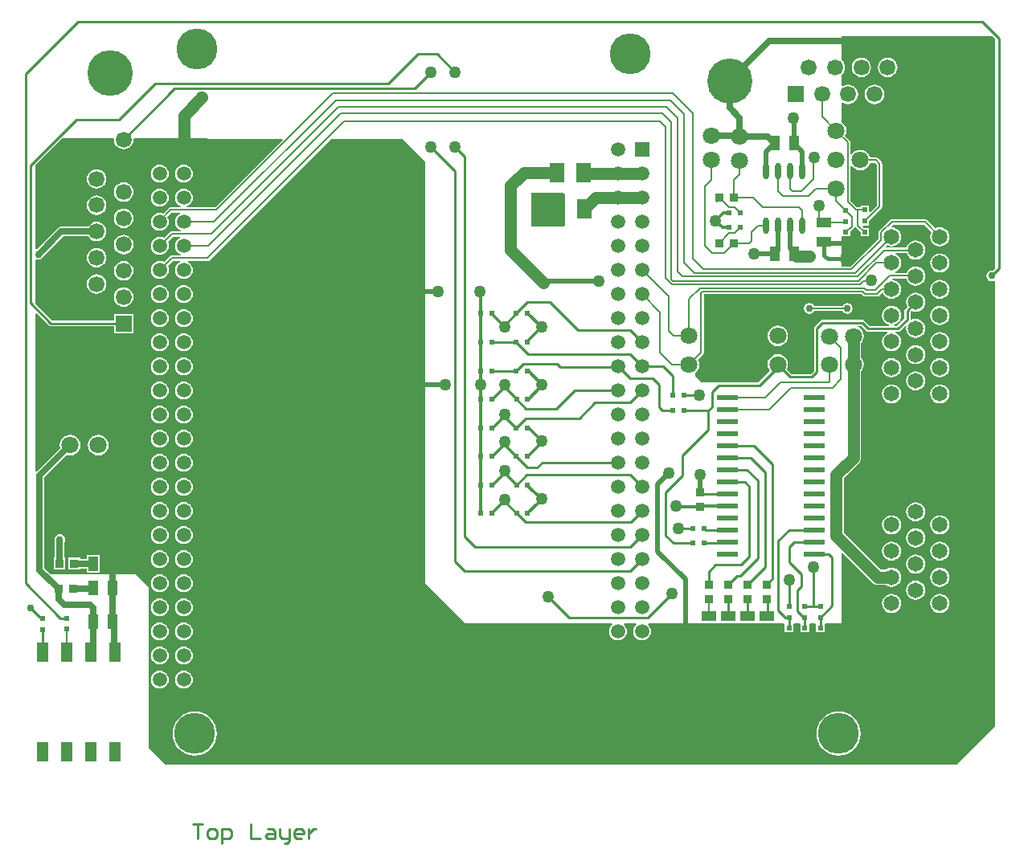
<source format=gtl>
G04*
G04 #@! TF.GenerationSoftware,Altium Limited,Altium Designer,19.0.12 (326)*
G04*
G04 Layer_Physical_Order=1*
G04 Layer_Color=255*
%FSLAX25Y25*%
%MOIN*%
G70*
G01*
G75*
%ADD10C,0.01000*%
%ADD15C,0.00800*%
%ADD18R,0.06000X0.08000*%
%ADD19R,0.04000X0.06000*%
%ADD20R,0.03543X0.03740*%
%ADD21R,0.04528X0.08032*%
%ADD22R,0.02165X0.02165*%
%ADD23R,0.09000X0.02400*%
%ADD24R,0.02165X0.02165*%
%ADD25R,0.06000X0.04000*%
%ADD26R,0.03347X0.03347*%
%ADD27R,0.03740X0.03543*%
%ADD28O,0.02362X0.06890*%
%ADD53C,0.00700*%
%ADD54C,0.05000*%
%ADD55C,0.02000*%
%ADD56C,0.02500*%
%ADD57C,0.01200*%
%ADD58C,0.10000*%
%ADD59C,0.01500*%
%ADD60C,0.16929*%
%ADD61C,0.13800*%
%ADD62C,0.06500*%
%ADD63C,0.05906*%
%ADD64R,0.05906X0.05906*%
%ADD65C,0.07087*%
%ADD66C,0.18740*%
%ADD67R,0.06653X0.06653*%
%ADD68C,0.06653*%
%ADD69R,0.06653X0.06653*%
%ADD70C,0.06653*%
%ADD71C,0.18898*%
%ADD72C,0.03000*%
%ADD73C,0.05000*%
G36*
X491500Y611270D02*
X491500Y516230D01*
X490428Y515158D01*
X490000Y515243D01*
X489142Y515072D01*
X488414Y514586D01*
X487928Y513858D01*
X487757Y513000D01*
X487928Y512142D01*
X488414Y511414D01*
X489142Y510928D01*
X490000Y510757D01*
X490858Y510928D01*
X491059Y511062D01*
X491500Y510826D01*
X491500Y326000D01*
X475501Y310001D01*
X452000Y310000D01*
X147500D01*
X140500Y317000D01*
Y383500D01*
X135000Y389000D01*
X99844Y389000D01*
X97073Y391770D01*
Y429142D01*
X106548Y438617D01*
X106700Y438554D01*
X107808Y438408D01*
X108916Y438554D01*
X109948Y438981D01*
X110834Y439662D01*
X111514Y440548D01*
X111942Y441580D01*
X112088Y442688D01*
X111942Y443796D01*
X111514Y444828D01*
X110834Y445714D01*
X109948Y446394D01*
X108916Y446822D01*
X107808Y446968D01*
X106700Y446822D01*
X105668Y446394D01*
X104782Y445714D01*
X104101Y444828D01*
X103674Y443796D01*
X103528Y442688D01*
X103674Y441580D01*
X103737Y441428D01*
X94000Y431692D01*
X93500Y431899D01*
X93500Y497116D01*
X93962Y497308D01*
X98899Y492371D01*
X99296Y492106D01*
X99764Y492013D01*
X125965D01*
Y489209D01*
X134019D01*
Y497263D01*
X125965D01*
Y494460D01*
X100271D01*
X93500Y501230D01*
Y519472D01*
X94000Y519812D01*
X94608Y519691D01*
X95466Y519862D01*
X96194Y520348D01*
X96680Y521075D01*
X96709Y521224D01*
X104903Y529417D01*
X115276D01*
X115294Y529375D01*
X115939Y528534D01*
X116780Y527888D01*
X117760Y527482D01*
X118811Y527344D01*
X119862Y527482D01*
X120842Y527888D01*
X121683Y528534D01*
X122328Y529375D01*
X122734Y530354D01*
X122873Y531405D01*
X122734Y532457D01*
X122328Y533436D01*
X121683Y534277D01*
X120842Y534923D01*
X119862Y535329D01*
X118811Y535467D01*
X117760Y535329D01*
X116780Y534923D01*
X115939Y534277D01*
X115294Y533436D01*
X115276Y533394D01*
X104079D01*
X103318Y533242D01*
X102673Y532811D01*
X94000Y524138D01*
X93683Y524230D01*
X93500Y524395D01*
X93500Y559270D01*
X104324Y570094D01*
X125614Y570046D01*
X125943Y569670D01*
X125931Y569575D01*
X126069Y568524D01*
X126475Y567544D01*
X127120Y566703D01*
X127961Y566057D01*
X128941Y565652D01*
X129992Y565513D01*
X131043Y565652D01*
X132023Y566057D01*
X132864Y566703D01*
X133510Y567544D01*
X133915Y568524D01*
X134054Y569575D01*
X134044Y569651D01*
X134374Y570026D01*
X195792Y569888D01*
X195983Y569426D01*
X167993Y541436D01*
X156289D01*
X156189Y541936D01*
X156842Y542207D01*
X157605Y542793D01*
X158191Y543555D01*
X158559Y544444D01*
X158684Y545398D01*
X158559Y546351D01*
X158191Y547240D01*
X157605Y548003D01*
X156842Y548588D01*
X155954Y548956D01*
X155000Y549082D01*
X154046Y548956D01*
X153158Y548588D01*
X152395Y548003D01*
X151809Y547240D01*
X151441Y546351D01*
X151316Y545398D01*
X151441Y544444D01*
X151809Y543555D01*
X152395Y542793D01*
X153158Y542207D01*
X153811Y541936D01*
X153711Y541436D01*
X149447D01*
X149447Y541436D01*
X149018Y541351D01*
X148654Y541108D01*
X148654Y541108D01*
X146342Y538796D01*
X145954Y538956D01*
X145000Y539082D01*
X144046Y538956D01*
X143158Y538588D01*
X142395Y538003D01*
X141809Y537240D01*
X141441Y536351D01*
X141316Y535398D01*
X141441Y534444D01*
X141809Y533556D01*
X142395Y532793D01*
X143158Y532207D01*
X144046Y531839D01*
X145000Y531713D01*
X145954Y531839D01*
X146842Y532207D01*
X147605Y532793D01*
X148191Y533556D01*
X148559Y534444D01*
X148684Y535398D01*
X148559Y536351D01*
X148191Y537240D01*
X148090Y537371D01*
X149912Y539193D01*
X153312D01*
X153411Y538693D01*
X153158Y538588D01*
X152395Y538003D01*
X151809Y537240D01*
X151441Y536351D01*
X151316Y535398D01*
X151441Y534444D01*
X151809Y533556D01*
X152395Y532793D01*
X153158Y532207D01*
X153811Y531937D01*
X153711Y531436D01*
X149917D01*
X149917Y531436D01*
X149488Y531351D01*
X149124Y531108D01*
X149124Y531108D01*
X146674Y528658D01*
X145954Y528956D01*
X145000Y529082D01*
X144046Y528956D01*
X143158Y528588D01*
X142395Y528003D01*
X141809Y527240D01*
X141441Y526351D01*
X141316Y525398D01*
X141441Y524444D01*
X141809Y523556D01*
X142395Y522792D01*
X143158Y522207D01*
X144046Y521839D01*
X145000Y521713D01*
X145954Y521839D01*
X146842Y522207D01*
X147605Y522792D01*
X148191Y523556D01*
X148559Y524444D01*
X148684Y525398D01*
X148559Y526351D01*
X148260Y527072D01*
X150382Y529193D01*
X153312D01*
X153411Y528693D01*
X153158Y528588D01*
X152395Y528003D01*
X151809Y527240D01*
X151441Y526351D01*
X151316Y525398D01*
X151441Y524444D01*
X151809Y523556D01*
X152395Y522792D01*
X153158Y522207D01*
X153811Y521937D01*
X153711Y521437D01*
X149917D01*
X149917Y521437D01*
X149488Y521351D01*
X149124Y521108D01*
X149124Y521108D01*
X146674Y518658D01*
X145954Y518956D01*
X145000Y519082D01*
X144046Y518956D01*
X143158Y518588D01*
X142395Y518003D01*
X141809Y517240D01*
X141441Y516351D01*
X141316Y515398D01*
X141441Y514444D01*
X141809Y513555D01*
X142395Y512792D01*
X143158Y512207D01*
X144046Y511839D01*
X145000Y511713D01*
X145954Y511839D01*
X146842Y512207D01*
X147605Y512792D01*
X148191Y513555D01*
X148559Y514444D01*
X148684Y515398D01*
X148559Y516351D01*
X148260Y517072D01*
X150382Y519193D01*
X153312D01*
X153411Y518693D01*
X153158Y518588D01*
X152395Y518003D01*
X151809Y517240D01*
X151441Y516351D01*
X151316Y515398D01*
X151441Y514444D01*
X151809Y513555D01*
X152395Y512792D01*
X153158Y512207D01*
X154046Y511839D01*
X155000Y511713D01*
X155954Y511839D01*
X156842Y512207D01*
X157605Y512792D01*
X158191Y513555D01*
X158559Y514444D01*
X158684Y515398D01*
X158559Y516351D01*
X158191Y517240D01*
X157605Y518003D01*
X156842Y518588D01*
X156588Y518693D01*
X156688Y519193D01*
X164815D01*
X164815Y519193D01*
X165244Y519279D01*
X165608Y519522D01*
X215929Y569843D01*
X245653Y569776D01*
X255000Y560428D01*
X255000Y385286D01*
X271620Y368666D01*
X332438D01*
X332608Y368166D01*
X332395Y368003D01*
X331809Y367240D01*
X331441Y366351D01*
X331316Y365398D01*
X331441Y364444D01*
X331809Y363556D01*
X332395Y362792D01*
X333158Y362207D01*
X334046Y361839D01*
X335000Y361713D01*
X335954Y361839D01*
X336842Y362207D01*
X337605Y362792D01*
X338191Y363556D01*
X338559Y364444D01*
X338684Y365398D01*
X338559Y366351D01*
X338191Y367240D01*
X337605Y368003D01*
X337392Y368166D01*
X337562Y368666D01*
X342438D01*
X342608Y368166D01*
X342395Y368003D01*
X341809Y367240D01*
X341441Y366351D01*
X341316Y365398D01*
X341441Y364444D01*
X341809Y363556D01*
X342395Y362792D01*
X343158Y362207D01*
X344046Y361839D01*
X345000Y361713D01*
X345954Y361839D01*
X346842Y362207D01*
X347605Y362792D01*
X348191Y363556D01*
X348559Y364444D01*
X348684Y365398D01*
X348559Y366351D01*
X348191Y367240D01*
X347605Y368003D01*
X347392Y368166D01*
X347562Y368666D01*
X403752D01*
X404217Y368583D01*
Y365017D01*
X407783D01*
Y368583D01*
X408248Y368666D01*
X410252D01*
X410717Y368583D01*
Y365017D01*
X414283D01*
Y368583D01*
X414748Y368666D01*
X416752D01*
X417217Y368583D01*
Y365017D01*
X420783D01*
Y368583D01*
X421248Y368666D01*
X427398D01*
X427685Y368666D01*
X427685Y368666D01*
X427836Y368817D01*
X427836Y369104D01*
Y387894D01*
X427685Y388331D01*
Y397797D01*
X428147Y397988D01*
X440524Y385612D01*
X441192Y385099D01*
X441971Y384776D01*
X442806Y384666D01*
X446218D01*
X446508Y384443D01*
X447469Y384045D01*
X448500Y383910D01*
X449531Y384045D01*
X450492Y384443D01*
X451317Y385076D01*
X451950Y385902D01*
X452348Y386862D01*
X452484Y387894D01*
X452348Y388925D01*
X451950Y389886D01*
X451317Y390711D01*
X450492Y391344D01*
X449531Y391742D01*
X448500Y391878D01*
X447469Y391742D01*
X446508Y391344D01*
X446218Y391121D01*
X444143D01*
X428728Y406537D01*
Y428975D01*
X434924Y435172D01*
X435437Y435840D01*
X435759Y436619D01*
X435869Y437454D01*
Y473460D01*
X436348Y474085D01*
X436776Y475117D01*
X436922Y476225D01*
X436776Y477332D01*
X436348Y478365D01*
X435869Y478989D01*
Y485162D01*
X436348Y485786D01*
X436776Y486819D01*
X436922Y487926D01*
X436776Y489034D01*
X436348Y490066D01*
X435668Y490953D01*
X434782Y491633D01*
X434435Y491777D01*
X434534Y492276D01*
X435808D01*
X437950Y490135D01*
X438347Y489870D01*
X438815Y489777D01*
X446740D01*
X446839Y489277D01*
X446508Y489139D01*
X445683Y488506D01*
X445050Y487681D01*
X444652Y486720D01*
X444516Y485689D01*
X444652Y484658D01*
X445050Y483697D01*
X445683Y482872D01*
X446508Y482239D01*
X447469Y481841D01*
X448500Y481705D01*
X449531Y481841D01*
X450492Y482239D01*
X451317Y482872D01*
X451950Y483697D01*
X452348Y484658D01*
X452484Y485689D01*
X452348Y486720D01*
X451950Y487681D01*
X451317Y488506D01*
X450492Y489139D01*
X450161Y489277D01*
X450260Y489777D01*
X451185D01*
X451653Y489870D01*
X452050Y490135D01*
X454175Y492260D01*
X454632Y492009D01*
X454516Y491130D01*
X454652Y490099D01*
X455050Y489138D01*
X455683Y488313D01*
X456508Y487680D01*
X457469Y487282D01*
X458500Y487146D01*
X459531Y487282D01*
X460492Y487680D01*
X461317Y488313D01*
X461950Y489138D01*
X462348Y490099D01*
X462484Y491130D01*
X462348Y492161D01*
X461950Y493122D01*
X461317Y493947D01*
X460492Y494580D01*
X459531Y494978D01*
X458500Y495114D01*
X457469Y494978D01*
X456783Y494694D01*
X456595Y494780D01*
X456316Y495042D01*
Y498079D01*
X456700Y498463D01*
X457469Y498145D01*
X458500Y498009D01*
X459531Y498145D01*
X460492Y498543D01*
X461317Y499176D01*
X461950Y500001D01*
X462348Y500962D01*
X462484Y501993D01*
X462348Y503025D01*
X461950Y503986D01*
X461317Y504811D01*
X460492Y505444D01*
X459531Y505842D01*
X458500Y505977D01*
X457469Y505842D01*
X456508Y505444D01*
X455683Y504811D01*
X455050Y503986D01*
X454652Y503025D01*
X454516Y501993D01*
X454652Y500962D01*
X454970Y500194D01*
X454227Y499451D01*
X453962Y499054D01*
X453869Y498586D01*
Y495414D01*
X450678Y492224D01*
X449618D01*
X449531Y492707D01*
X450492Y493105D01*
X451317Y493738D01*
X451950Y494563D01*
X452348Y495524D01*
X452484Y496555D01*
X452348Y497586D01*
X451950Y498547D01*
X451317Y499372D01*
X450492Y500005D01*
X449531Y500403D01*
X448500Y500539D01*
X447469Y500403D01*
X446508Y500005D01*
X445683Y499372D01*
X445050Y498547D01*
X444652Y497586D01*
X444516Y496555D01*
X444652Y495524D01*
X445050Y494563D01*
X445683Y493738D01*
X446508Y493105D01*
X447469Y492707D01*
X447382Y492224D01*
X439322D01*
X438027Y493519D01*
X437180Y494365D01*
X436783Y494630D01*
X436315Y494724D01*
X419830D01*
X419362Y494630D01*
X418965Y494365D01*
X416635Y492035D01*
X416370Y491638D01*
X416277Y491170D01*
Y473507D01*
X414993Y472224D01*
X407007D01*
X405032Y474199D01*
X405410Y475111D01*
X405555Y476219D01*
X405410Y477326D01*
X404982Y478358D01*
X404302Y479245D01*
X403415Y479925D01*
X402383Y480353D01*
X401275Y480498D01*
X400168Y480353D01*
X399135Y479925D01*
X398249Y479245D01*
X397569Y478358D01*
X397141Y477326D01*
X396996Y476219D01*
X397141Y475111D01*
X397569Y474079D01*
X397967Y473560D01*
X393167Y468760D01*
X369740D01*
X367000Y471500D01*
Y472570D01*
X367526Y472974D01*
X368207Y473860D01*
X368634Y474892D01*
X368780Y476000D01*
X368634Y477108D01*
X368212Y478126D01*
X370293Y480207D01*
X370293Y480207D01*
X370536Y480571D01*
X370622Y481000D01*
X370621Y481000D01*
Y505306D01*
X435987D01*
X436586Y504707D01*
X436586Y504707D01*
X436949Y504464D01*
X437379Y504378D01*
X437379Y504378D01*
X442548D01*
X442548Y504378D01*
X442977Y504464D01*
X443341Y504707D01*
X444443Y505808D01*
X444933Y505711D01*
X445050Y505429D01*
X445683Y504604D01*
X446508Y503971D01*
X447469Y503573D01*
X448500Y503437D01*
X449531Y503573D01*
X450492Y503971D01*
X451317Y504604D01*
X451950Y505429D01*
X452348Y506390D01*
X452484Y507421D01*
X452348Y508452D01*
X451950Y509413D01*
X451317Y510238D01*
X450492Y510872D01*
X449531Y511270D01*
X448704Y511378D01*
X448737Y511878D01*
X454645D01*
X454652Y511826D01*
X455050Y510865D01*
X455683Y510040D01*
X456508Y509407D01*
X457469Y509009D01*
X458500Y508873D01*
X459531Y509009D01*
X460492Y509407D01*
X461317Y510040D01*
X461950Y510865D01*
X462348Y511826D01*
X462484Y512857D01*
X462348Y513888D01*
X461950Y514849D01*
X461317Y515674D01*
X460492Y516307D01*
X459531Y516705D01*
X458500Y516841D01*
X457469Y516705D01*
X456508Y516307D01*
X455683Y515674D01*
X455050Y514849D01*
X454748Y514122D01*
X450071D01*
X449972Y514622D01*
X450492Y514837D01*
X451317Y515470D01*
X451950Y516295D01*
X452348Y517256D01*
X452484Y518287D01*
X452348Y519318D01*
X451950Y520279D01*
X451317Y521104D01*
X450492Y521738D01*
X450152Y521878D01*
X450252Y522378D01*
X454780D01*
X455050Y521728D01*
X455683Y520903D01*
X456508Y520270D01*
X457469Y519872D01*
X458500Y519736D01*
X459531Y519872D01*
X460492Y520270D01*
X461317Y520903D01*
X461950Y521728D01*
X462348Y522689D01*
X462484Y523720D01*
X462348Y524752D01*
X461950Y525712D01*
X461317Y526538D01*
X460492Y527171D01*
X459531Y527569D01*
X458500Y527704D01*
X457469Y527569D01*
X456508Y527171D01*
X455683Y526538D01*
X455050Y525712D01*
X454652Y524752D01*
X454635Y524622D01*
X446207D01*
X446016Y525083D01*
X446598Y525666D01*
X447469Y525305D01*
X448500Y525169D01*
X449531Y525305D01*
X450492Y525703D01*
X451317Y526336D01*
X451950Y527162D01*
X452348Y528122D01*
X452484Y529153D01*
X452348Y530185D01*
X451950Y531145D01*
X451317Y531971D01*
X450492Y532604D01*
X449531Y533002D01*
X448611Y533123D01*
X448359Y533578D01*
X449057Y534276D01*
X461791D01*
X465012Y531055D01*
X464652Y530185D01*
X464516Y529153D01*
X464652Y528122D01*
X465050Y527162D01*
X465683Y526336D01*
X466508Y525703D01*
X467469Y525305D01*
X468500Y525169D01*
X469531Y525305D01*
X470492Y525703D01*
X471317Y526336D01*
X471950Y527162D01*
X472348Y528122D01*
X472484Y529153D01*
X472348Y530185D01*
X471950Y531145D01*
X471317Y531971D01*
X470492Y532604D01*
X469531Y533002D01*
X468500Y533138D01*
X467469Y533002D01*
X466598Y532641D01*
X463049Y536191D01*
X462685Y536434D01*
X462256Y536519D01*
X462256Y536519D01*
X448592D01*
X448592Y536519D01*
X448163Y536434D01*
X447799Y536191D01*
X447799Y536191D01*
X443357Y531748D01*
X443114Y531385D01*
X443028Y530955D01*
X443028Y530955D01*
Y528402D01*
X431422Y516796D01*
X427836D01*
X427836Y529324D01*
X431283D01*
Y531304D01*
X432793Y532814D01*
X432793Y532814D01*
X433036Y533178D01*
X433038Y533187D01*
X433563Y533265D01*
X433707Y533050D01*
X435605Y531152D01*
Y529324D01*
X439170D01*
Y532890D01*
X437039D01*
X436474Y533455D01*
X436665Y533917D01*
X439171D01*
Y535897D01*
X444293Y541019D01*
X444293Y541019D01*
X444536Y541383D01*
X444622Y541812D01*
X444622Y541812D01*
Y559500D01*
X444622Y559500D01*
X444536Y559929D01*
X444293Y560293D01*
X442793Y561793D01*
X442429Y562036D01*
X442000Y562122D01*
X442000Y562122D01*
X439628D01*
X439207Y563140D01*
X438526Y564026D01*
X437640Y564707D01*
X436608Y565134D01*
X435500Y565280D01*
X434392Y565134D01*
X433360Y564707D01*
X432474Y564026D01*
X431982Y563385D01*
X431482Y563555D01*
Y568376D01*
X431396Y568805D01*
X431153Y569169D01*
X431153Y569169D01*
X429212Y571110D01*
X429634Y572129D01*
X429780Y573236D01*
X429634Y574344D01*
X429207Y575376D01*
X428526Y576263D01*
X427836Y576792D01*
Y584722D01*
X428284Y584943D01*
X428469Y584801D01*
X429449Y584396D01*
X430500Y584257D01*
X431551Y584396D01*
X432531Y584801D01*
X433372Y585447D01*
X434017Y586288D01*
X434423Y587268D01*
X434561Y588319D01*
X434423Y589370D01*
X434017Y590350D01*
X433372Y591191D01*
X432531Y591836D01*
X431551Y592242D01*
X430500Y592380D01*
X429449Y592242D01*
X428469Y591836D01*
X428284Y591694D01*
X427836Y591916D01*
Y596564D01*
X427919Y596628D01*
X428565Y597469D01*
X428970Y598449D01*
X429109Y599500D01*
X428970Y600551D01*
X428565Y601531D01*
X427919Y602372D01*
X427836Y602436D01*
Y612500D01*
X490270Y612500D01*
X491500Y611270D01*
D02*
G37*
G36*
X442378Y559035D02*
Y542277D01*
X439633Y539531D01*
X439171Y539722D01*
Y542083D01*
X435605D01*
Y541422D01*
X434165D01*
X431482Y544104D01*
Y558445D01*
X431982Y558615D01*
X432474Y557974D01*
X433360Y557294D01*
X434392Y556866D01*
X435500Y556720D01*
X436608Y556866D01*
X437640Y557294D01*
X438526Y557974D01*
X439207Y558860D01*
X439628Y559878D01*
X441535D01*
X442378Y559035D01*
D02*
G37*
G36*
X313181Y546819D02*
X313181Y534181D01*
X312500Y533500D01*
X299000D01*
Y547500D01*
X312500D01*
X313181Y546819D01*
D02*
G37*
%LPC*%
G36*
X446858Y603561D02*
X445807Y603423D01*
X444828Y603017D01*
X443986Y602372D01*
X443341Y601531D01*
X442935Y600551D01*
X442797Y599500D01*
X442935Y598449D01*
X443341Y597469D01*
X443986Y596628D01*
X444828Y595983D01*
X445807Y595577D01*
X446858Y595438D01*
X447909Y595577D01*
X448889Y595983D01*
X449730Y596628D01*
X450376Y597469D01*
X450781Y598449D01*
X450920Y599500D01*
X450781Y600551D01*
X450376Y601531D01*
X449730Y602372D01*
X448889Y603017D01*
X447909Y603423D01*
X446858Y603561D01*
D02*
G37*
G36*
X435953D02*
X434902Y603423D01*
X433922Y603017D01*
X433081Y602372D01*
X432435Y601531D01*
X432030Y600551D01*
X431891Y599500D01*
X432030Y598449D01*
X432435Y597469D01*
X433081Y596628D01*
X433922Y595983D01*
X434902Y595577D01*
X435953Y595438D01*
X437004Y595577D01*
X437984Y595983D01*
X438825Y596628D01*
X439470Y597469D01*
X439876Y598449D01*
X440014Y599500D01*
X439876Y600551D01*
X439470Y601531D01*
X438825Y602372D01*
X437984Y603017D01*
X437004Y603423D01*
X435953Y603561D01*
D02*
G37*
G36*
X441405Y592380D02*
X440354Y592242D01*
X439375Y591836D01*
X438534Y591191D01*
X437888Y590350D01*
X437482Y589370D01*
X437344Y588319D01*
X437482Y587268D01*
X437888Y586288D01*
X438534Y585447D01*
X439375Y584801D01*
X440354Y584396D01*
X441405Y584257D01*
X442457Y584396D01*
X443436Y584801D01*
X444277Y585447D01*
X444923Y586288D01*
X445329Y587268D01*
X445467Y588319D01*
X445329Y589370D01*
X444923Y590350D01*
X444277Y591191D01*
X443436Y591836D01*
X442457Y592242D01*
X441405Y592380D01*
D02*
G37*
G36*
X155000Y559082D02*
X154046Y558956D01*
X153158Y558588D01*
X152395Y558003D01*
X151809Y557240D01*
X151441Y556351D01*
X151316Y555398D01*
X151441Y554444D01*
X151809Y553555D01*
X152395Y552793D01*
X153158Y552207D01*
X154046Y551839D01*
X155000Y551713D01*
X155954Y551839D01*
X156842Y552207D01*
X157605Y552793D01*
X158191Y553555D01*
X158559Y554444D01*
X158684Y555398D01*
X158559Y556351D01*
X158191Y557240D01*
X157605Y558003D01*
X156842Y558588D01*
X155954Y558956D01*
X155000Y559082D01*
D02*
G37*
G36*
X145000D02*
X144046Y558956D01*
X143158Y558588D01*
X142395Y558003D01*
X141809Y557240D01*
X141441Y556351D01*
X141316Y555398D01*
X141441Y554444D01*
X141809Y553555D01*
X142395Y552793D01*
X143158Y552207D01*
X144046Y551839D01*
X145000Y551713D01*
X145954Y551839D01*
X146842Y552207D01*
X147605Y552793D01*
X148191Y553555D01*
X148559Y554444D01*
X148684Y555398D01*
X148559Y556351D01*
X148191Y557240D01*
X147605Y558003D01*
X146842Y558588D01*
X145954Y558956D01*
X145000Y559082D01*
D02*
G37*
G36*
X118811Y557278D02*
X117760Y557140D01*
X116780Y556734D01*
X115939Y556088D01*
X115294Y555247D01*
X114888Y554268D01*
X114750Y553217D01*
X114888Y552165D01*
X115294Y551186D01*
X115939Y550345D01*
X116780Y549699D01*
X117760Y549293D01*
X118811Y549155D01*
X119862Y549293D01*
X120842Y549699D01*
X121683Y550345D01*
X122328Y551186D01*
X122734Y552165D01*
X122873Y553217D01*
X122734Y554268D01*
X122328Y555247D01*
X121683Y556088D01*
X120842Y556734D01*
X119862Y557140D01*
X118811Y557278D01*
D02*
G37*
G36*
X129992Y551825D02*
X128941Y551687D01*
X127961Y551281D01*
X127120Y550636D01*
X126475Y549794D01*
X126069Y548815D01*
X125931Y547764D01*
X126069Y546713D01*
X126475Y545733D01*
X127120Y544892D01*
X127961Y544246D01*
X128941Y543841D01*
X129992Y543702D01*
X131043Y543841D01*
X132023Y544246D01*
X132864Y544892D01*
X133510Y545733D01*
X133915Y546713D01*
X134054Y547764D01*
X133915Y548815D01*
X133510Y549794D01*
X132864Y550636D01*
X132023Y551281D01*
X131043Y551687D01*
X129992Y551825D01*
D02*
G37*
G36*
X145000Y549082D02*
X144046Y548956D01*
X143158Y548588D01*
X142395Y548003D01*
X141809Y547240D01*
X141441Y546351D01*
X141316Y545398D01*
X141441Y544444D01*
X141809Y543555D01*
X142395Y542793D01*
X143158Y542207D01*
X144046Y541839D01*
X145000Y541713D01*
X145954Y541839D01*
X146842Y542207D01*
X147605Y542793D01*
X148191Y543555D01*
X148559Y544444D01*
X148684Y545398D01*
X148559Y546351D01*
X148191Y547240D01*
X147605Y548003D01*
X146842Y548588D01*
X145954Y548956D01*
X145000Y549082D01*
D02*
G37*
G36*
X118811Y546373D02*
X117760Y546234D01*
X116780Y545828D01*
X115939Y545183D01*
X115294Y544342D01*
X114888Y543362D01*
X114750Y542311D01*
X114888Y541260D01*
X115294Y540280D01*
X115939Y539439D01*
X116780Y538794D01*
X117760Y538388D01*
X118811Y538249D01*
X119862Y538388D01*
X120842Y538794D01*
X121683Y539439D01*
X122328Y540280D01*
X122734Y541260D01*
X122873Y542311D01*
X122734Y543362D01*
X122328Y544342D01*
X121683Y545183D01*
X120842Y545828D01*
X119862Y546234D01*
X118811Y546373D01*
D02*
G37*
G36*
X129992Y540920D02*
X128941Y540781D01*
X127961Y540376D01*
X127120Y539730D01*
X126475Y538889D01*
X126069Y537910D01*
X125931Y536858D01*
X126069Y535807D01*
X126475Y534828D01*
X127120Y533986D01*
X127961Y533341D01*
X128941Y532935D01*
X129992Y532797D01*
X131043Y532935D01*
X132023Y533341D01*
X132864Y533986D01*
X133510Y534828D01*
X133915Y535807D01*
X134054Y536858D01*
X133915Y537910D01*
X133510Y538889D01*
X132864Y539730D01*
X132023Y540376D01*
X131043Y540781D01*
X129992Y540920D01*
D02*
G37*
G36*
Y530014D02*
X128941Y529876D01*
X127961Y529470D01*
X127120Y528825D01*
X126475Y527983D01*
X126069Y527004D01*
X125931Y525953D01*
X126069Y524901D01*
X126475Y523922D01*
X127120Y523081D01*
X127961Y522435D01*
X128941Y522030D01*
X129992Y521891D01*
X131043Y522030D01*
X132023Y522435D01*
X132864Y523081D01*
X133510Y523922D01*
X133915Y524901D01*
X134054Y525953D01*
X133915Y527004D01*
X133510Y527983D01*
X132864Y528825D01*
X132023Y529470D01*
X131043Y529876D01*
X129992Y530014D01*
D02*
G37*
G36*
X118811Y524562D02*
X117760Y524423D01*
X116780Y524017D01*
X115939Y523372D01*
X115294Y522531D01*
X114888Y521551D01*
X114750Y520500D01*
X114888Y519449D01*
X115294Y518469D01*
X115939Y517628D01*
X116780Y516983D01*
X117760Y516577D01*
X118811Y516438D01*
X119862Y516577D01*
X120842Y516983D01*
X121683Y517628D01*
X122328Y518469D01*
X122734Y519449D01*
X122873Y520500D01*
X122734Y521551D01*
X122328Y522531D01*
X121683Y523372D01*
X120842Y524017D01*
X119862Y524423D01*
X118811Y524562D01*
D02*
G37*
G36*
X468500Y522271D02*
X467469Y522136D01*
X466508Y521738D01*
X465683Y521104D01*
X465050Y520279D01*
X464652Y519318D01*
X464516Y518287D01*
X464652Y517256D01*
X465050Y516295D01*
X465683Y515470D01*
X466508Y514837D01*
X467469Y514439D01*
X468500Y514303D01*
X469531Y514439D01*
X470492Y514837D01*
X471317Y515470D01*
X471950Y516295D01*
X472348Y517256D01*
X472484Y518287D01*
X472348Y519318D01*
X471950Y520279D01*
X471317Y521104D01*
X470492Y521738D01*
X469531Y522136D01*
X468500Y522271D01*
D02*
G37*
G36*
X129992Y519109D02*
X128941Y518970D01*
X127961Y518565D01*
X127120Y517919D01*
X126475Y517078D01*
X126069Y516098D01*
X125931Y515047D01*
X126069Y513996D01*
X126475Y513016D01*
X127120Y512175D01*
X127961Y511530D01*
X128941Y511124D01*
X129992Y510986D01*
X131043Y511124D01*
X132023Y511530D01*
X132864Y512175D01*
X133510Y513016D01*
X133915Y513996D01*
X134054Y515047D01*
X133915Y516098D01*
X133510Y517078D01*
X132864Y517919D01*
X132023Y518565D01*
X131043Y518970D01*
X129992Y519109D01*
D02*
G37*
G36*
X118811Y513656D02*
X117760Y513518D01*
X116780Y513112D01*
X115939Y512466D01*
X115294Y511625D01*
X114888Y510646D01*
X114750Y509594D01*
X114888Y508543D01*
X115294Y507564D01*
X115939Y506723D01*
X116780Y506077D01*
X117760Y505671D01*
X118811Y505533D01*
X119862Y505671D01*
X120842Y506077D01*
X121683Y506723D01*
X122328Y507564D01*
X122734Y508543D01*
X122873Y509594D01*
X122734Y510646D01*
X122328Y511625D01*
X121683Y512466D01*
X120842Y513112D01*
X119862Y513518D01*
X118811Y513656D01*
D02*
G37*
G36*
X468500Y511405D02*
X467469Y511270D01*
X466508Y510872D01*
X465683Y510238D01*
X465050Y509413D01*
X464652Y508452D01*
X464516Y507421D01*
X464652Y506390D01*
X465050Y505429D01*
X465683Y504604D01*
X466508Y503971D01*
X467469Y503573D01*
X468500Y503437D01*
X469531Y503573D01*
X470492Y503971D01*
X471317Y504604D01*
X471950Y505429D01*
X472348Y506390D01*
X472484Y507421D01*
X472348Y508452D01*
X471950Y509413D01*
X471317Y510238D01*
X470492Y510872D01*
X469531Y511270D01*
X468500Y511405D01*
D02*
G37*
G36*
X155000Y509082D02*
X154046Y508956D01*
X153158Y508588D01*
X152395Y508003D01*
X151809Y507240D01*
X151441Y506351D01*
X151316Y505398D01*
X151441Y504444D01*
X151809Y503555D01*
X152395Y502793D01*
X153158Y502207D01*
X154046Y501839D01*
X155000Y501713D01*
X155954Y501839D01*
X156842Y502207D01*
X157605Y502793D01*
X158191Y503555D01*
X158559Y504444D01*
X158684Y505398D01*
X158559Y506351D01*
X158191Y507240D01*
X157605Y508003D01*
X156842Y508588D01*
X155954Y508956D01*
X155000Y509082D01*
D02*
G37*
G36*
X145000D02*
X144046Y508956D01*
X143158Y508588D01*
X142395Y508003D01*
X141809Y507240D01*
X141441Y506351D01*
X141316Y505398D01*
X141441Y504444D01*
X141809Y503555D01*
X142395Y502793D01*
X143158Y502207D01*
X144046Y501839D01*
X145000Y501713D01*
X145954Y501839D01*
X146842Y502207D01*
X147605Y502793D01*
X148191Y503555D01*
X148559Y504444D01*
X148684Y505398D01*
X148559Y506351D01*
X148191Y507240D01*
X147605Y508003D01*
X146842Y508588D01*
X145954Y508956D01*
X145000Y509082D01*
D02*
G37*
G36*
X430142Y501671D02*
X429283Y501500D01*
X428555Y501014D01*
X428336Y500685D01*
D01*
X428211Y500498D01*
X416322D01*
X415978Y501014D01*
X415250Y501500D01*
X414392Y501671D01*
X413533Y501500D01*
X412806Y501014D01*
X412319Y500286D01*
X412149Y499428D01*
X412319Y498569D01*
X412806Y497842D01*
X413533Y497355D01*
X414392Y497185D01*
X415250Y497355D01*
X415978Y497842D01*
X416322Y498357D01*
X428211D01*
X428555Y497842D01*
X429283Y497355D01*
X430142Y497185D01*
X431000Y497355D01*
X431728Y497842D01*
X432214Y498569D01*
X432385Y499428D01*
X432214Y500286D01*
X431728Y501014D01*
X431000Y501500D01*
X430142Y501671D01*
D02*
G37*
G36*
X129992Y508203D02*
X128941Y508065D01*
X127961Y507659D01*
X127120Y507014D01*
X126475Y506173D01*
X126069Y505193D01*
X125931Y504142D01*
X126069Y503090D01*
X126475Y502111D01*
X127120Y501270D01*
X127961Y500624D01*
X128941Y500219D01*
X129992Y500080D01*
X131043Y500219D01*
X132023Y500624D01*
X132864Y501270D01*
X133510Y502111D01*
X133915Y503090D01*
X134054Y504142D01*
X133915Y505193D01*
X133510Y506173D01*
X132864Y507014D01*
X132023Y507659D01*
X131043Y508065D01*
X129992Y508203D01*
D02*
G37*
G36*
X468500Y500539D02*
X467469Y500403D01*
X466508Y500005D01*
X465683Y499372D01*
X465050Y498547D01*
X464652Y497586D01*
X464516Y496555D01*
X464652Y495524D01*
X465050Y494563D01*
X465683Y493738D01*
X466508Y493105D01*
X467469Y492707D01*
X468500Y492571D01*
X469531Y492707D01*
X470492Y493105D01*
X471317Y493738D01*
X471950Y494563D01*
X472348Y495524D01*
X472484Y496555D01*
X472348Y497586D01*
X471950Y498547D01*
X471317Y499372D01*
X470492Y500005D01*
X469531Y500403D01*
X468500Y500539D01*
D02*
G37*
G36*
X155000Y499082D02*
X154046Y498956D01*
X153158Y498588D01*
X152395Y498003D01*
X151809Y497240D01*
X151441Y496351D01*
X151316Y495398D01*
X151441Y494444D01*
X151809Y493555D01*
X152395Y492793D01*
X153158Y492207D01*
X154046Y491839D01*
X155000Y491713D01*
X155954Y491839D01*
X156842Y492207D01*
X157605Y492793D01*
X158191Y493555D01*
X158559Y494444D01*
X158684Y495398D01*
X158559Y496351D01*
X158191Y497240D01*
X157605Y498003D01*
X156842Y498588D01*
X155954Y498956D01*
X155000Y499082D01*
D02*
G37*
G36*
X145000D02*
X144046Y498956D01*
X143158Y498588D01*
X142395Y498003D01*
X141809Y497240D01*
X141441Y496351D01*
X141316Y495398D01*
X141441Y494444D01*
X141809Y493555D01*
X142395Y492793D01*
X143158Y492207D01*
X144046Y491839D01*
X145000Y491713D01*
X145954Y491839D01*
X146842Y492207D01*
X147605Y492793D01*
X148191Y493555D01*
X148559Y494444D01*
X148684Y495398D01*
X148559Y496351D01*
X148191Y497240D01*
X147605Y498003D01*
X146842Y498588D01*
X145954Y498956D01*
X145000Y499082D01*
D02*
G37*
G36*
X401275Y492358D02*
X400168Y492212D01*
X399135Y491784D01*
X398249Y491104D01*
X397569Y490218D01*
X397141Y489185D01*
X396996Y488078D01*
X397141Y486970D01*
X397569Y485938D01*
X398249Y485051D01*
X399135Y484371D01*
X400168Y483944D01*
X401275Y483798D01*
X402383Y483944D01*
X403415Y484371D01*
X404302Y485051D01*
X404982Y485938D01*
X405410Y486970D01*
X405555Y488078D01*
X405410Y489185D01*
X404982Y490218D01*
X404302Y491104D01*
X403415Y491784D01*
X402383Y492212D01*
X401275Y492358D01*
D02*
G37*
G36*
X155000Y489082D02*
X154046Y488956D01*
X153158Y488588D01*
X152395Y488003D01*
X151809Y487240D01*
X151441Y486351D01*
X151316Y485398D01*
X151441Y484444D01*
X151809Y483556D01*
X152395Y482793D01*
X153158Y482207D01*
X154046Y481839D01*
X155000Y481713D01*
X155954Y481839D01*
X156842Y482207D01*
X157605Y482793D01*
X158191Y483556D01*
X158559Y484444D01*
X158684Y485398D01*
X158559Y486351D01*
X158191Y487240D01*
X157605Y488003D01*
X156842Y488588D01*
X155954Y488956D01*
X155000Y489082D01*
D02*
G37*
G36*
X145000D02*
X144046Y488956D01*
X143158Y488588D01*
X142395Y488003D01*
X141809Y487240D01*
X141441Y486351D01*
X141316Y485398D01*
X141441Y484444D01*
X141809Y483556D01*
X142395Y482793D01*
X143158Y482207D01*
X144046Y481839D01*
X145000Y481713D01*
X145954Y481839D01*
X146842Y482207D01*
X147605Y482793D01*
X148191Y483556D01*
X148559Y484444D01*
X148684Y485398D01*
X148559Y486351D01*
X148191Y487240D01*
X147605Y488003D01*
X146842Y488588D01*
X145954Y488956D01*
X145000Y489082D01*
D02*
G37*
G36*
X468500Y489673D02*
X467469Y489537D01*
X466508Y489139D01*
X465683Y488506D01*
X465050Y487681D01*
X464652Y486720D01*
X464516Y485689D01*
X464652Y484658D01*
X465050Y483697D01*
X465683Y482872D01*
X466508Y482239D01*
X467469Y481841D01*
X468500Y481705D01*
X469531Y481841D01*
X470492Y482239D01*
X471317Y482872D01*
X471950Y483697D01*
X472348Y484658D01*
X472484Y485689D01*
X472348Y486720D01*
X471950Y487681D01*
X471317Y488506D01*
X470492Y489139D01*
X469531Y489537D01*
X468500Y489673D01*
D02*
G37*
G36*
X458500Y484250D02*
X457469Y484115D01*
X456508Y483717D01*
X455683Y483084D01*
X455050Y482258D01*
X454652Y481297D01*
X454516Y480266D01*
X454652Y479235D01*
X455050Y478274D01*
X455683Y477449D01*
X456508Y476816D01*
X457469Y476418D01*
X458500Y476282D01*
X459531Y476418D01*
X460492Y476816D01*
X461317Y477449D01*
X461950Y478274D01*
X462348Y479235D01*
X462484Y480266D01*
X462348Y481297D01*
X461950Y482258D01*
X461317Y483084D01*
X460492Y483717D01*
X459531Y484115D01*
X458500Y484250D01*
D02*
G37*
G36*
X155000Y479082D02*
X154046Y478956D01*
X153158Y478588D01*
X152395Y478003D01*
X151809Y477240D01*
X151441Y476351D01*
X151316Y475398D01*
X151441Y474444D01*
X151809Y473556D01*
X152395Y472792D01*
X153158Y472207D01*
X154046Y471839D01*
X155000Y471713D01*
X155954Y471839D01*
X156842Y472207D01*
X157605Y472792D01*
X158191Y473556D01*
X158559Y474444D01*
X158684Y475398D01*
X158559Y476351D01*
X158191Y477240D01*
X157605Y478003D01*
X156842Y478588D01*
X155954Y478956D01*
X155000Y479082D01*
D02*
G37*
G36*
X145000D02*
X144046Y478956D01*
X143158Y478588D01*
X142395Y478003D01*
X141809Y477240D01*
X141441Y476351D01*
X141316Y475398D01*
X141441Y474444D01*
X141809Y473556D01*
X142395Y472792D01*
X143158Y472207D01*
X144046Y471839D01*
X145000Y471713D01*
X145954Y471839D01*
X146842Y472207D01*
X147605Y472792D01*
X148191Y473556D01*
X148559Y474444D01*
X148684Y475398D01*
X148559Y476351D01*
X148191Y477240D01*
X147605Y478003D01*
X146842Y478588D01*
X145954Y478956D01*
X145000Y479082D01*
D02*
G37*
G36*
X468500Y478807D02*
X467469Y478671D01*
X466508Y478273D01*
X465683Y477640D01*
X465050Y476815D01*
X464652Y475854D01*
X464516Y474823D01*
X464652Y473792D01*
X465050Y472831D01*
X465683Y472006D01*
X466508Y471373D01*
X467469Y470974D01*
X468500Y470839D01*
X469531Y470974D01*
X470492Y471373D01*
X471317Y472006D01*
X471950Y472831D01*
X472348Y473792D01*
X472484Y474823D01*
X472348Y475854D01*
X471950Y476815D01*
X471317Y477640D01*
X470492Y478273D01*
X469531Y478671D01*
X468500Y478807D01*
D02*
G37*
G36*
X448500D02*
X447469Y478671D01*
X446508Y478273D01*
X445683Y477640D01*
X445050Y476815D01*
X444652Y475854D01*
X444516Y474823D01*
X444652Y473792D01*
X445050Y472831D01*
X445683Y472006D01*
X446508Y471373D01*
X447469Y470974D01*
X448500Y470839D01*
X449531Y470974D01*
X450492Y471373D01*
X451317Y472006D01*
X451950Y472831D01*
X452348Y473792D01*
X452484Y474823D01*
X452348Y475854D01*
X451950Y476815D01*
X451317Y477640D01*
X450492Y478273D01*
X449531Y478671D01*
X448500Y478807D01*
D02*
G37*
G36*
X458500Y473387D02*
X457469Y473251D01*
X456508Y472853D01*
X455683Y472220D01*
X455050Y471395D01*
X454652Y470434D01*
X454516Y469403D01*
X454652Y468372D01*
X455050Y467411D01*
X455683Y466586D01*
X456508Y465953D01*
X457469Y465555D01*
X458500Y465419D01*
X459531Y465555D01*
X460492Y465953D01*
X461317Y466586D01*
X461950Y467411D01*
X462348Y468372D01*
X462484Y469403D01*
X462348Y470434D01*
X461950Y471395D01*
X461317Y472220D01*
X460492Y472853D01*
X459531Y473251D01*
X458500Y473387D01*
D02*
G37*
G36*
X155000Y469082D02*
X154046Y468956D01*
X153158Y468588D01*
X152395Y468003D01*
X151809Y467240D01*
X151441Y466351D01*
X151316Y465398D01*
X151441Y464444D01*
X151809Y463555D01*
X152395Y462792D01*
X153158Y462207D01*
X154046Y461839D01*
X155000Y461713D01*
X155954Y461839D01*
X156842Y462207D01*
X157605Y462792D01*
X158191Y463555D01*
X158559Y464444D01*
X158684Y465398D01*
X158559Y466351D01*
X158191Y467240D01*
X157605Y468003D01*
X156842Y468588D01*
X155954Y468956D01*
X155000Y469082D01*
D02*
G37*
G36*
X145000D02*
X144046Y468956D01*
X143158Y468588D01*
X142395Y468003D01*
X141809Y467240D01*
X141441Y466351D01*
X141316Y465398D01*
X141441Y464444D01*
X141809Y463555D01*
X142395Y462792D01*
X143158Y462207D01*
X144046Y461839D01*
X145000Y461713D01*
X145954Y461839D01*
X146842Y462207D01*
X147605Y462792D01*
X148191Y463555D01*
X148559Y464444D01*
X148684Y465398D01*
X148559Y466351D01*
X148191Y467240D01*
X147605Y468003D01*
X146842Y468588D01*
X145954Y468956D01*
X145000Y469082D01*
D02*
G37*
G36*
X468500Y467941D02*
X467469Y467805D01*
X466508Y467407D01*
X465683Y466774D01*
X465050Y465949D01*
X464652Y464988D01*
X464516Y463957D01*
X464652Y462925D01*
X465050Y461965D01*
X465683Y461139D01*
X466508Y460506D01*
X467469Y460108D01*
X468500Y459973D01*
X469531Y460108D01*
X470492Y460506D01*
X471317Y461139D01*
X471950Y461965D01*
X472348Y462925D01*
X472484Y463957D01*
X472348Y464988D01*
X471950Y465949D01*
X471317Y466774D01*
X470492Y467407D01*
X469531Y467805D01*
X468500Y467941D01*
D02*
G37*
G36*
X448500D02*
X447469Y467805D01*
X446508Y467407D01*
X445683Y466774D01*
X445050Y465949D01*
X444652Y464988D01*
X444516Y463957D01*
X444652Y462925D01*
X445050Y461965D01*
X445683Y461139D01*
X446508Y460506D01*
X447469Y460108D01*
X448500Y459973D01*
X449531Y460108D01*
X450492Y460506D01*
X451317Y461139D01*
X451950Y461965D01*
X452348Y462925D01*
X452484Y463957D01*
X452348Y464988D01*
X451950Y465949D01*
X451317Y466774D01*
X450492Y467407D01*
X449531Y467805D01*
X448500Y467941D01*
D02*
G37*
G36*
X155000Y459082D02*
X154046Y458956D01*
X153158Y458588D01*
X152395Y458003D01*
X151809Y457240D01*
X151441Y456351D01*
X151316Y455398D01*
X151441Y454444D01*
X151809Y453555D01*
X152395Y452793D01*
X153158Y452207D01*
X154046Y451839D01*
X155000Y451713D01*
X155954Y451839D01*
X156842Y452207D01*
X157605Y452793D01*
X158191Y453555D01*
X158559Y454444D01*
X158684Y455398D01*
X158559Y456351D01*
X158191Y457240D01*
X157605Y458003D01*
X156842Y458588D01*
X155954Y458956D01*
X155000Y459082D01*
D02*
G37*
G36*
X145000D02*
X144046Y458956D01*
X143158Y458588D01*
X142395Y458003D01*
X141809Y457240D01*
X141441Y456351D01*
X141316Y455398D01*
X141441Y454444D01*
X141809Y453555D01*
X142395Y452793D01*
X143158Y452207D01*
X144046Y451839D01*
X145000Y451713D01*
X145954Y451839D01*
X146842Y452207D01*
X147605Y452793D01*
X148191Y453555D01*
X148559Y454444D01*
X148684Y455398D01*
X148559Y456351D01*
X148191Y457240D01*
X147605Y458003D01*
X146842Y458588D01*
X145954Y458956D01*
X145000Y459082D01*
D02*
G37*
G36*
X155000Y449082D02*
X154046Y448956D01*
X153158Y448588D01*
X152395Y448003D01*
X151809Y447240D01*
X151441Y446351D01*
X151316Y445398D01*
X151441Y444444D01*
X151809Y443555D01*
X152395Y442793D01*
X153158Y442207D01*
X154046Y441839D01*
X155000Y441713D01*
X155954Y441839D01*
X156842Y442207D01*
X157605Y442793D01*
X158191Y443555D01*
X158559Y444444D01*
X158684Y445398D01*
X158559Y446351D01*
X158191Y447240D01*
X157605Y448003D01*
X156842Y448588D01*
X155954Y448956D01*
X155000Y449082D01*
D02*
G37*
G36*
X145000D02*
X144046Y448956D01*
X143158Y448588D01*
X142395Y448003D01*
X141809Y447240D01*
X141441Y446351D01*
X141316Y445398D01*
X141441Y444444D01*
X141809Y443555D01*
X142395Y442793D01*
X143158Y442207D01*
X144046Y441839D01*
X145000Y441713D01*
X145954Y441839D01*
X146842Y442207D01*
X147605Y442793D01*
X148191Y443555D01*
X148559Y444444D01*
X148684Y445398D01*
X148559Y446351D01*
X148191Y447240D01*
X147605Y448003D01*
X146842Y448588D01*
X145954Y448956D01*
X145000Y449082D01*
D02*
G37*
G36*
X119466Y446968D02*
X118358Y446822D01*
X117326Y446394D01*
X116439Y445714D01*
X115759Y444828D01*
X115332Y443796D01*
X115186Y442688D01*
X115332Y441580D01*
X115759Y440548D01*
X116439Y439662D01*
X117326Y438981D01*
X118358Y438554D01*
X119466Y438408D01*
X120574Y438554D01*
X121606Y438981D01*
X122492Y439662D01*
X123172Y440548D01*
X123600Y441580D01*
X123746Y442688D01*
X123600Y443796D01*
X123172Y444828D01*
X122492Y445714D01*
X121606Y446394D01*
X120574Y446822D01*
X119466Y446968D01*
D02*
G37*
G36*
X155000Y439082D02*
X154046Y438956D01*
X153158Y438588D01*
X152395Y438003D01*
X151809Y437240D01*
X151441Y436351D01*
X151316Y435398D01*
X151441Y434444D01*
X151809Y433556D01*
X152395Y432793D01*
X153158Y432207D01*
X154046Y431839D01*
X155000Y431713D01*
X155954Y431839D01*
X156842Y432207D01*
X157605Y432793D01*
X158191Y433556D01*
X158559Y434444D01*
X158684Y435398D01*
X158559Y436351D01*
X158191Y437240D01*
X157605Y438003D01*
X156842Y438588D01*
X155954Y438956D01*
X155000Y439082D01*
D02*
G37*
G36*
X145000D02*
X144046Y438956D01*
X143158Y438588D01*
X142395Y438003D01*
X141809Y437240D01*
X141441Y436351D01*
X141316Y435398D01*
X141441Y434444D01*
X141809Y433556D01*
X142395Y432793D01*
X143158Y432207D01*
X144046Y431839D01*
X145000Y431713D01*
X145954Y431839D01*
X146842Y432207D01*
X147605Y432793D01*
X148191Y433556D01*
X148559Y434444D01*
X148684Y435398D01*
X148559Y436351D01*
X148191Y437240D01*
X147605Y438003D01*
X146842Y438588D01*
X145954Y438956D01*
X145000Y439082D01*
D02*
G37*
G36*
X155000Y429082D02*
X154046Y428956D01*
X153158Y428588D01*
X152395Y428003D01*
X151809Y427240D01*
X151441Y426351D01*
X151316Y425398D01*
X151441Y424444D01*
X151809Y423556D01*
X152395Y422792D01*
X153158Y422207D01*
X154046Y421839D01*
X155000Y421713D01*
X155954Y421839D01*
X156842Y422207D01*
X157605Y422792D01*
X158191Y423556D01*
X158559Y424444D01*
X158684Y425398D01*
X158559Y426351D01*
X158191Y427240D01*
X157605Y428003D01*
X156842Y428588D01*
X155954Y428956D01*
X155000Y429082D01*
D02*
G37*
G36*
X145000D02*
X144046Y428956D01*
X143158Y428588D01*
X142395Y428003D01*
X141809Y427240D01*
X141441Y426351D01*
X141316Y425398D01*
X141441Y424444D01*
X141809Y423556D01*
X142395Y422792D01*
X143158Y422207D01*
X144046Y421839D01*
X145000Y421713D01*
X145954Y421839D01*
X146842Y422207D01*
X147605Y422792D01*
X148191Y423556D01*
X148559Y424444D01*
X148684Y425398D01*
X148559Y426351D01*
X148191Y427240D01*
X147605Y428003D01*
X146842Y428588D01*
X145954Y428956D01*
X145000Y429082D01*
D02*
G37*
G36*
X155000Y419082D02*
X154046Y418956D01*
X153158Y418588D01*
X152395Y418003D01*
X151809Y417240D01*
X151441Y416351D01*
X151316Y415398D01*
X151441Y414444D01*
X151809Y413555D01*
X152395Y412792D01*
X153158Y412207D01*
X154046Y411839D01*
X155000Y411713D01*
X155954Y411839D01*
X156842Y412207D01*
X157605Y412792D01*
X158191Y413555D01*
X158559Y414444D01*
X158684Y415398D01*
X158559Y416351D01*
X158191Y417240D01*
X157605Y418003D01*
X156842Y418588D01*
X155954Y418956D01*
X155000Y419082D01*
D02*
G37*
G36*
X145000D02*
X144046Y418956D01*
X143158Y418588D01*
X142395Y418003D01*
X141809Y417240D01*
X141441Y416351D01*
X141316Y415398D01*
X141441Y414444D01*
X141809Y413555D01*
X142395Y412792D01*
X143158Y412207D01*
X144046Y411839D01*
X145000Y411713D01*
X145954Y411839D01*
X146842Y412207D01*
X147605Y412792D01*
X148191Y413555D01*
X148559Y414444D01*
X148684Y415398D01*
X148559Y416351D01*
X148191Y417240D01*
X147605Y418003D01*
X146842Y418588D01*
X145954Y418956D01*
X145000Y419082D01*
D02*
G37*
G36*
X458500Y419069D02*
X457469Y418934D01*
X456508Y418536D01*
X455683Y417903D01*
X455050Y417077D01*
X454652Y416117D01*
X454516Y415085D01*
X454652Y414054D01*
X455050Y413093D01*
X455683Y412268D01*
X456508Y411635D01*
X457469Y411237D01*
X458500Y411101D01*
X459531Y411237D01*
X460492Y411635D01*
X461317Y412268D01*
X461950Y413093D01*
X462348Y414054D01*
X462484Y415085D01*
X462348Y416117D01*
X461950Y417077D01*
X461317Y417903D01*
X460492Y418536D01*
X459531Y418934D01*
X458500Y419069D01*
D02*
G37*
G36*
X468500Y413610D02*
X467469Y413474D01*
X466508Y413076D01*
X465683Y412443D01*
X465050Y411618D01*
X464652Y410657D01*
X464516Y409626D01*
X464652Y408595D01*
X465050Y407634D01*
X465683Y406809D01*
X466508Y406176D01*
X467469Y405778D01*
X468500Y405642D01*
X469531Y405778D01*
X470492Y406176D01*
X471317Y406809D01*
X471950Y407634D01*
X472348Y408595D01*
X472484Y409626D01*
X472348Y410657D01*
X471950Y411618D01*
X471317Y412443D01*
X470492Y413076D01*
X469531Y413474D01*
X468500Y413610D01*
D02*
G37*
G36*
X448500D02*
X447469Y413474D01*
X446508Y413076D01*
X445683Y412443D01*
X445050Y411618D01*
X444652Y410657D01*
X444516Y409626D01*
X444652Y408595D01*
X445050Y407634D01*
X445683Y406809D01*
X446508Y406176D01*
X447469Y405778D01*
X448500Y405642D01*
X449531Y405778D01*
X450492Y406176D01*
X451317Y406809D01*
X451950Y407634D01*
X452348Y408595D01*
X452484Y409626D01*
X452348Y410657D01*
X451950Y411618D01*
X451317Y412443D01*
X450492Y413076D01*
X449531Y413474D01*
X448500Y413610D01*
D02*
G37*
G36*
X155000Y409082D02*
X154046Y408956D01*
X153158Y408588D01*
X152395Y408003D01*
X151809Y407240D01*
X151441Y406351D01*
X151316Y405398D01*
X151441Y404444D01*
X151809Y403555D01*
X152395Y402793D01*
X153158Y402207D01*
X154046Y401839D01*
X155000Y401713D01*
X155954Y401839D01*
X156842Y402207D01*
X157605Y402793D01*
X158191Y403555D01*
X158559Y404444D01*
X158684Y405398D01*
X158559Y406351D01*
X158191Y407240D01*
X157605Y408003D01*
X156842Y408588D01*
X155954Y408956D01*
X155000Y409082D01*
D02*
G37*
G36*
X145000D02*
X144046Y408956D01*
X143158Y408588D01*
X142395Y408003D01*
X141809Y407240D01*
X141441Y406351D01*
X141316Y405398D01*
X141441Y404444D01*
X141809Y403555D01*
X142395Y402793D01*
X143158Y402207D01*
X144046Y401839D01*
X145000Y401713D01*
X145954Y401839D01*
X146842Y402207D01*
X147605Y402793D01*
X148191Y403555D01*
X148559Y404444D01*
X148684Y405398D01*
X148559Y406351D01*
X148191Y407240D01*
X147605Y408003D01*
X146842Y408588D01*
X145954Y408956D01*
X145000Y409082D01*
D02*
G37*
G36*
X458500Y408206D02*
X457469Y408070D01*
X456508Y407672D01*
X455683Y407039D01*
X455050Y406214D01*
X454652Y405253D01*
X454516Y404222D01*
X454652Y403191D01*
X455050Y402230D01*
X455683Y401405D01*
X456508Y400772D01*
X457469Y400374D01*
X458500Y400238D01*
X459531Y400374D01*
X460492Y400772D01*
X461317Y401405D01*
X461950Y402230D01*
X462348Y403191D01*
X462484Y404222D01*
X462348Y405253D01*
X461950Y406214D01*
X461317Y407039D01*
X460492Y407672D01*
X459531Y408070D01*
X458500Y408206D01*
D02*
G37*
G36*
X120125Y397255D02*
X114725D01*
Y395544D01*
X111948D01*
Y396126D01*
X107005D01*
Y390985D01*
X111948D01*
Y391567D01*
X114725D01*
Y389856D01*
X120125D01*
Y397255D01*
D02*
G37*
G36*
X468500Y402744D02*
X467469Y402608D01*
X466508Y402210D01*
X465683Y401577D01*
X465050Y400752D01*
X464652Y399791D01*
X464516Y398760D01*
X464652Y397729D01*
X465050Y396768D01*
X465683Y395943D01*
X466508Y395309D01*
X467469Y394912D01*
X468500Y394776D01*
X469531Y394912D01*
X470492Y395309D01*
X471317Y395943D01*
X471950Y396768D01*
X472348Y397729D01*
X472484Y398760D01*
X472348Y399791D01*
X471950Y400752D01*
X471317Y401577D01*
X470492Y402210D01*
X469531Y402608D01*
X468500Y402744D01*
D02*
G37*
G36*
X448500D02*
X447469Y402608D01*
X446508Y402210D01*
X445683Y401577D01*
X445050Y400752D01*
X444652Y399791D01*
X444516Y398760D01*
X444652Y397729D01*
X445050Y396768D01*
X445683Y395943D01*
X446508Y395309D01*
X447469Y394912D01*
X448500Y394776D01*
X449531Y394912D01*
X450492Y395309D01*
X451317Y395943D01*
X451950Y396768D01*
X452348Y397729D01*
X452484Y398760D01*
X452348Y399791D01*
X451950Y400752D01*
X451317Y401577D01*
X450492Y402210D01*
X449531Y402608D01*
X448500Y402744D01*
D02*
G37*
G36*
X155000Y399082D02*
X154046Y398956D01*
X153158Y398588D01*
X152395Y398003D01*
X151809Y397240D01*
X151441Y396351D01*
X151316Y395398D01*
X151441Y394444D01*
X151809Y393555D01*
X152395Y392793D01*
X153158Y392207D01*
X154046Y391839D01*
X155000Y391713D01*
X155954Y391839D01*
X156842Y392207D01*
X157605Y392793D01*
X158191Y393555D01*
X158559Y394444D01*
X158684Y395398D01*
X158559Y396351D01*
X158191Y397240D01*
X157605Y398003D01*
X156842Y398588D01*
X155954Y398956D01*
X155000Y399082D01*
D02*
G37*
G36*
X145000D02*
X144046Y398956D01*
X143158Y398588D01*
X142395Y398003D01*
X141809Y397240D01*
X141441Y396351D01*
X141316Y395398D01*
X141441Y394444D01*
X141809Y393555D01*
X142395Y392793D01*
X143158Y392207D01*
X144046Y391839D01*
X145000Y391713D01*
X145954Y391839D01*
X146842Y392207D01*
X147605Y392793D01*
X148191Y393555D01*
X148559Y394444D01*
X148684Y395398D01*
X148559Y396351D01*
X148191Y397240D01*
X147605Y398003D01*
X146842Y398588D01*
X145954Y398956D01*
X145000Y399082D01*
D02*
G37*
G36*
X103500Y405799D02*
X102642Y405628D01*
X101914Y405142D01*
X101428Y404414D01*
X101257Y403555D01*
X101386Y402907D01*
Y396126D01*
X100902D01*
Y390985D01*
X105846D01*
Y396126D01*
X105362D01*
Y402383D01*
X105572Y402697D01*
X105743Y403555D01*
X105572Y404414D01*
X105086Y405142D01*
X104358Y405628D01*
X103500Y405799D01*
D02*
G37*
G36*
X458500Y397342D02*
X457469Y397207D01*
X456508Y396809D01*
X455683Y396176D01*
X455050Y395350D01*
X454652Y394390D01*
X454516Y393358D01*
X454652Y392327D01*
X455050Y391366D01*
X455683Y390541D01*
X456508Y389908D01*
X457469Y389510D01*
X458500Y389374D01*
X459531Y389510D01*
X460492Y389908D01*
X461317Y390541D01*
X461950Y391366D01*
X462348Y392327D01*
X462484Y393358D01*
X462348Y394390D01*
X461950Y395350D01*
X461317Y396176D01*
X460492Y396809D01*
X459531Y397207D01*
X458500Y397342D01*
D02*
G37*
G36*
X468500Y391878D02*
X467469Y391742D01*
X466508Y391344D01*
X465683Y390711D01*
X465050Y389886D01*
X464652Y388925D01*
X464516Y387894D01*
X464652Y386862D01*
X465050Y385902D01*
X465683Y385076D01*
X466508Y384443D01*
X467469Y384045D01*
X468500Y383910D01*
X469531Y384045D01*
X470492Y384443D01*
X471317Y385076D01*
X471950Y385902D01*
X472348Y386862D01*
X472484Y387894D01*
X472348Y388925D01*
X471950Y389886D01*
X471317Y390711D01*
X470492Y391344D01*
X469531Y391742D01*
X468500Y391878D01*
D02*
G37*
G36*
X155000Y389082D02*
X154046Y388956D01*
X153158Y388588D01*
X152395Y388003D01*
X151809Y387240D01*
X151441Y386351D01*
X151316Y385398D01*
X151441Y384444D01*
X151809Y383556D01*
X152395Y382792D01*
X153158Y382207D01*
X154046Y381839D01*
X155000Y381713D01*
X155954Y381839D01*
X156842Y382207D01*
X157605Y382792D01*
X158191Y383556D01*
X158559Y384444D01*
X158684Y385398D01*
X158559Y386351D01*
X158191Y387240D01*
X157605Y388003D01*
X156842Y388588D01*
X155954Y388956D01*
X155000Y389082D01*
D02*
G37*
G36*
X145000D02*
X144046Y388956D01*
X143158Y388588D01*
X142395Y388003D01*
X141809Y387240D01*
X141441Y386351D01*
X141316Y385398D01*
X141441Y384444D01*
X141809Y383556D01*
X142395Y382792D01*
X143158Y382207D01*
X144046Y381839D01*
X145000Y381713D01*
X145954Y381839D01*
X146842Y382207D01*
X147605Y382792D01*
X148191Y383556D01*
X148559Y384444D01*
X148684Y385398D01*
X148559Y386351D01*
X148191Y387240D01*
X147605Y388003D01*
X146842Y388588D01*
X145954Y388956D01*
X145000Y389082D01*
D02*
G37*
G36*
X458500Y386479D02*
X457469Y386343D01*
X456508Y385945D01*
X455683Y385312D01*
X455050Y384487D01*
X454652Y383526D01*
X454516Y382495D01*
X454652Y381464D01*
X455050Y380503D01*
X455683Y379678D01*
X456508Y379045D01*
X457469Y378646D01*
X458500Y378511D01*
X459531Y378646D01*
X460492Y379045D01*
X461317Y379678D01*
X461950Y380503D01*
X462348Y381464D01*
X462484Y382495D01*
X462348Y383526D01*
X461950Y384487D01*
X461317Y385312D01*
X460492Y385945D01*
X459531Y386343D01*
X458500Y386479D01*
D02*
G37*
G36*
X468500Y381012D02*
X467469Y380876D01*
X466508Y380478D01*
X465683Y379845D01*
X465050Y379020D01*
X464652Y378059D01*
X464516Y377028D01*
X464652Y375996D01*
X465050Y375036D01*
X465683Y374210D01*
X466508Y373577D01*
X467469Y373179D01*
X468500Y373043D01*
X469531Y373179D01*
X470492Y373577D01*
X471317Y374210D01*
X471950Y375036D01*
X472348Y375996D01*
X472484Y377028D01*
X472348Y378059D01*
X471950Y379020D01*
X471317Y379845D01*
X470492Y380478D01*
X469531Y380876D01*
X468500Y381012D01*
D02*
G37*
G36*
X448500D02*
X447469Y380876D01*
X446508Y380478D01*
X445683Y379845D01*
X445050Y379020D01*
X444652Y378059D01*
X444516Y377028D01*
X444652Y375996D01*
X445050Y375036D01*
X445683Y374210D01*
X446508Y373577D01*
X447469Y373179D01*
X448500Y373043D01*
X449531Y373179D01*
X450492Y373577D01*
X451317Y374210D01*
X451950Y375036D01*
X452348Y375996D01*
X452484Y377028D01*
X452348Y378059D01*
X451950Y379020D01*
X451317Y379845D01*
X450492Y380478D01*
X449531Y380876D01*
X448500Y381012D01*
D02*
G37*
G36*
X155000Y379082D02*
X154046Y378956D01*
X153158Y378588D01*
X152395Y378003D01*
X151809Y377240D01*
X151441Y376351D01*
X151316Y375398D01*
X151441Y374444D01*
X151809Y373555D01*
X152395Y372793D01*
X153158Y372207D01*
X154046Y371839D01*
X155000Y371713D01*
X155954Y371839D01*
X156842Y372207D01*
X157605Y372793D01*
X158191Y373555D01*
X158559Y374444D01*
X158684Y375398D01*
X158559Y376351D01*
X158191Y377240D01*
X157605Y378003D01*
X156842Y378588D01*
X155954Y378956D01*
X155000Y379082D01*
D02*
G37*
G36*
X145000D02*
X144046Y378956D01*
X143158Y378588D01*
X142395Y378003D01*
X141809Y377240D01*
X141441Y376351D01*
X141316Y375398D01*
X141441Y374444D01*
X141809Y373555D01*
X142395Y372793D01*
X143158Y372207D01*
X144046Y371839D01*
X145000Y371713D01*
X145954Y371839D01*
X146842Y372207D01*
X147605Y372793D01*
X148191Y373555D01*
X148559Y374444D01*
X148684Y375398D01*
X148559Y376351D01*
X148191Y377240D01*
X147605Y378003D01*
X146842Y378588D01*
X145954Y378956D01*
X145000Y379082D01*
D02*
G37*
G36*
X155000Y369082D02*
X154046Y368956D01*
X153158Y368588D01*
X152395Y368003D01*
X151809Y367240D01*
X151441Y366351D01*
X151316Y365398D01*
X151441Y364444D01*
X151809Y363556D01*
X152395Y362792D01*
X153158Y362207D01*
X154046Y361839D01*
X155000Y361713D01*
X155954Y361839D01*
X156842Y362207D01*
X157605Y362792D01*
X158191Y363556D01*
X158559Y364444D01*
X158684Y365398D01*
X158559Y366351D01*
X158191Y367240D01*
X157605Y368003D01*
X156842Y368588D01*
X155954Y368956D01*
X155000Y369082D01*
D02*
G37*
G36*
X145000D02*
X144046Y368956D01*
X143158Y368588D01*
X142395Y368003D01*
X141809Y367240D01*
X141441Y366351D01*
X141316Y365398D01*
X141441Y364444D01*
X141809Y363556D01*
X142395Y362792D01*
X143158Y362207D01*
X144046Y361839D01*
X145000Y361713D01*
X145954Y361839D01*
X146842Y362207D01*
X147605Y362792D01*
X148191Y363556D01*
X148559Y364444D01*
X148684Y365398D01*
X148559Y366351D01*
X148191Y367240D01*
X147605Y368003D01*
X146842Y368588D01*
X145954Y368956D01*
X145000Y369082D01*
D02*
G37*
G36*
X155000Y359082D02*
X154046Y358956D01*
X153158Y358588D01*
X152395Y358003D01*
X151809Y357240D01*
X151441Y356351D01*
X151316Y355398D01*
X151441Y354444D01*
X151809Y353555D01*
X152395Y352793D01*
X153158Y352207D01*
X154046Y351839D01*
X155000Y351713D01*
X155954Y351839D01*
X156842Y352207D01*
X157605Y352793D01*
X158191Y353555D01*
X158559Y354444D01*
X158684Y355398D01*
X158559Y356351D01*
X158191Y357240D01*
X157605Y358003D01*
X156842Y358588D01*
X155954Y358956D01*
X155000Y359082D01*
D02*
G37*
G36*
X145000D02*
X144046Y358956D01*
X143158Y358588D01*
X142395Y358003D01*
X141809Y357240D01*
X141441Y356351D01*
X141316Y355398D01*
X141441Y354444D01*
X141809Y353555D01*
X142395Y352793D01*
X143158Y352207D01*
X144046Y351839D01*
X145000Y351713D01*
X145954Y351839D01*
X146842Y352207D01*
X147605Y352793D01*
X148191Y353555D01*
X148559Y354444D01*
X148684Y355398D01*
X148559Y356351D01*
X148191Y357240D01*
X147605Y358003D01*
X146842Y358588D01*
X145954Y358956D01*
X145000Y359082D01*
D02*
G37*
G36*
X155000Y349082D02*
X154046Y348956D01*
X153158Y348588D01*
X152395Y348003D01*
X151809Y347240D01*
X151441Y346351D01*
X151316Y345398D01*
X151441Y344444D01*
X151809Y343555D01*
X152395Y342793D01*
X153158Y342207D01*
X154046Y341839D01*
X155000Y341713D01*
X155954Y341839D01*
X156842Y342207D01*
X157605Y342793D01*
X158191Y343555D01*
X158559Y344444D01*
X158684Y345398D01*
X158559Y346351D01*
X158191Y347240D01*
X157605Y348003D01*
X156842Y348588D01*
X155954Y348956D01*
X155000Y349082D01*
D02*
G37*
G36*
X145000D02*
X144046Y348956D01*
X143158Y348588D01*
X142395Y348003D01*
X141809Y347240D01*
X141441Y346351D01*
X141316Y345398D01*
X141441Y344444D01*
X141809Y343555D01*
X142395Y342793D01*
X143158Y342207D01*
X144046Y341839D01*
X145000Y341713D01*
X145954Y341839D01*
X146842Y342207D01*
X147605Y342793D01*
X148191Y343555D01*
X148559Y344444D01*
X148684Y345398D01*
X148559Y346351D01*
X148191Y347240D01*
X147605Y348003D01*
X146842Y348588D01*
X145954Y348956D01*
X145000Y349082D01*
D02*
G37*
G36*
X426500Y332209D02*
X424703Y332032D01*
X422976Y331508D01*
X421384Y330657D01*
X419988Y329512D01*
X418843Y328116D01*
X417992Y326524D01*
X417468Y324797D01*
X417291Y323000D01*
X417468Y321203D01*
X417992Y319476D01*
X418843Y317884D01*
X419988Y316488D01*
X421384Y315343D01*
X422976Y314492D01*
X424703Y313968D01*
X426500Y313791D01*
X428297Y313968D01*
X430024Y314492D01*
X431616Y315343D01*
X433012Y316488D01*
X434157Y317884D01*
X435008Y319476D01*
X435532Y321203D01*
X435709Y323000D01*
X435532Y324797D01*
X435008Y326524D01*
X434157Y328116D01*
X433012Y329512D01*
X431616Y330657D01*
X430024Y331508D01*
X428297Y332032D01*
X426500Y332209D01*
D02*
G37*
G36*
X159500D02*
X157703Y332032D01*
X155976Y331508D01*
X154384Y330657D01*
X152988Y329512D01*
X151843Y328116D01*
X150992Y326524D01*
X150468Y324797D01*
X150291Y323000D01*
X150468Y321203D01*
X150992Y319476D01*
X151843Y317884D01*
X152988Y316488D01*
X154384Y315343D01*
X155976Y314492D01*
X157703Y313968D01*
X159500Y313791D01*
X161297Y313968D01*
X163024Y314492D01*
X164616Y315343D01*
X166012Y316488D01*
X167157Y317884D01*
X168008Y319476D01*
X168532Y321203D01*
X168709Y323000D01*
X168532Y324797D01*
X168008Y326524D01*
X167157Y328116D01*
X166012Y329512D01*
X164616Y330657D01*
X163024Y331508D01*
X161297Y332032D01*
X159500Y332209D01*
D02*
G37*
%LPD*%
D10*
X486000Y618500D02*
X493000Y611500D01*
X111000Y618500D02*
X486000D01*
X89343Y596843D02*
X111000Y618500D01*
X287750Y454836D02*
X288000Y455086D01*
X405500Y376300D02*
X406000Y376800D01*
X423886Y376086D02*
Y396114D01*
X422500Y397500D02*
X423886Y396114D01*
X416500Y397500D02*
X422500D01*
X91376Y501624D02*
Y558876D01*
X110400Y577900D01*
X91376Y501624D02*
X99764Y493236D01*
X89343Y385345D02*
X103800Y370888D01*
X89343Y596843D02*
X89343Y385345D01*
X490000Y513000D02*
X493000Y516000D01*
Y611500D01*
X91432Y375036D02*
X95085Y371383D01*
X95917D01*
X96500Y370800D01*
X239838Y592838D02*
X252000Y605000D01*
X103800Y370888D02*
X106500D01*
X96500Y356839D02*
Y366200D01*
X99764Y493236D02*
X129992D01*
X151223Y590805D02*
X196805D01*
X129992Y569575D02*
X151223Y590805D01*
X143100Y592838D02*
X195963D01*
X128163Y577900D02*
X143100Y592838D01*
X110400Y577900D02*
X128163D01*
X287750Y442979D02*
X288000Y443229D01*
X282800Y449886D02*
X287750Y454836D01*
X195963Y592838D02*
X239838Y592838D01*
X250805Y590805D02*
X257500Y597500D01*
X196805Y590805D02*
X250805Y590805D01*
X419000Y371200D02*
X423886Y376086D01*
X260000Y605000D02*
X267500Y597500D01*
X252000Y605000D02*
X260000D01*
X347255Y371000D02*
X357500Y381245D01*
X314745Y371000D02*
X347255D01*
X306000Y379745D02*
X314745Y371000D01*
X361786Y438286D02*
X372471Y448971D01*
X361786Y430145D02*
Y438286D01*
X354800Y423158D02*
X361786Y430145D01*
X372471Y448971D02*
Y457025D01*
X354800Y405200D02*
Y423158D01*
X271500Y404642D02*
X275642Y400500D01*
X288000Y492615D02*
X292700Y497315D01*
X282800Y497015D02*
X288000Y491815D01*
Y492615D01*
X267500Y394500D02*
X271500Y390500D01*
X267500Y556500D02*
X267500Y394500D01*
X257500Y566500D02*
X267500Y556500D01*
X271500Y562500D02*
X271500Y404642D01*
X267500Y566500D02*
X271500Y562500D01*
X303583Y435398D02*
X335000D01*
X301500Y433315D02*
X303583Y435398D01*
X401281Y476219D02*
X406500Y471000D01*
X415500D01*
X417500Y473000D01*
X354800Y405200D02*
X358000Y402000D01*
X366200D01*
X416000Y376066D02*
Y392000D01*
Y376066D02*
X416008Y376058D01*
X415750Y375800D02*
X416008Y376058D01*
X369551Y422500D02*
X380500D01*
X369000Y423051D02*
X369551Y422500D01*
X451185Y491000D02*
X455092Y494908D01*
Y498586D02*
X458500Y501994D01*
X455092Y494908D02*
Y498586D01*
X438815Y491000D02*
X451185D01*
X436315Y493500D02*
X438815Y491000D01*
X288000Y466643D02*
Y467043D01*
X282700Y461743D02*
X288000Y467043D01*
X316898Y465398D02*
X335000D01*
X309315Y457815D02*
X316898Y465398D01*
X296829Y457815D02*
X309315D01*
X419830Y493500D02*
X436315D01*
X417500Y491170D02*
X419830Y493500D01*
X385775Y388500D02*
X393000Y395725D01*
X384311Y388500D02*
X385775D01*
X380700Y384889D02*
X384311Y388500D01*
X390000Y437500D02*
X396000Y431500D01*
Y392189D02*
Y431500D01*
X388700Y384889D02*
X396000Y392189D01*
X388500Y432500D02*
X393000Y428000D01*
Y395725D02*
Y428000D01*
X389500Y396500D02*
Y425583D01*
X386000Y393000D02*
X389500Y396500D01*
X375500Y393000D02*
X386000D01*
X387583Y427500D02*
X389500Y425583D01*
X391500Y442500D02*
X399200Y434800D01*
Y387389D02*
Y434800D01*
X396900Y385089D02*
X399200Y387389D01*
X282800Y497015D02*
Y497315D01*
X288000Y466643D02*
X292900Y461743D01*
X288000Y467043D02*
Y467815D01*
Y455086D02*
Y455500D01*
Y454586D02*
Y455086D01*
Y442729D02*
X292700Y438029D01*
X288000Y443229D02*
Y444000D01*
Y442729D02*
Y443229D01*
X282800Y438029D02*
X287750Y442979D01*
X288000Y431072D02*
X292900Y426172D01*
X288000Y431472D02*
Y432000D01*
Y431072D02*
Y431472D01*
X282700Y426172D02*
X288000Y431472D01*
X282700Y414315D02*
Y414700D01*
X288000Y420000D01*
Y419215D02*
X292900Y414315D01*
X288000Y419215D02*
Y420000D01*
X275642Y400500D02*
X340102Y400500D01*
X345000Y405398D01*
X271500Y390500D02*
X340102Y390500D01*
X345000Y395398D01*
X417500Y473000D02*
Y491170D01*
X401275Y476219D02*
X401281D01*
X411000Y384000D02*
Y389000D01*
X406000Y376800D02*
Y386795D01*
X349500Y470315D02*
X352000Y467815D01*
Y458500D02*
Y467815D01*
Y458500D02*
X353475Y457025D01*
X357700D01*
Y463315D02*
Y471300D01*
X353602Y475398D02*
X357700Y471300D01*
X345000Y475398D02*
X353602D01*
X376617Y467500D02*
X393638D01*
X373921Y464805D02*
X376617Y467500D01*
X373921Y458475D02*
Y464805D01*
X372471Y457025D02*
X373921Y458475D01*
X362300Y457025D02*
X372471D01*
X362300Y463315D02*
X368771D01*
X401275Y475138D02*
Y476219D01*
X393638Y467500D02*
X401275Y475138D01*
X372738Y390238D02*
X375500Y393000D01*
X360000Y408000D02*
X366200D01*
X370800D02*
X371300Y407500D01*
X380500D01*
X380000Y402000D02*
X380500Y402500D01*
X370800Y402000D02*
X380000D01*
X340083Y470315D02*
X349500D01*
X335000Y475398D02*
X340083Y470315D01*
X339978Y480420D02*
X345000Y475398D01*
X297595Y480420D02*
X339978D01*
X334579Y474976D02*
X335000Y475398D01*
X311000Y474976D02*
X334579D01*
X309661Y476315D02*
X311000Y474976D01*
X295700Y476315D02*
X309661D01*
X292700Y473315D02*
X295700Y476315D01*
X282800Y473601D02*
X292414D01*
X292700Y473315D01*
X339984Y490413D02*
X345000Y485398D01*
X318402Y490413D02*
X339984D01*
X306668Y502147D02*
X318402Y490413D01*
X297532Y502147D02*
X306668D01*
X292700Y497315D02*
X297532Y502147D01*
X292700Y485315D02*
X297595Y480420D01*
X282800Y485458D02*
X282943Y485315D01*
X292700D01*
X380500Y427500D02*
X387583D01*
X297414Y433315D02*
X301500D01*
X339917Y460315D02*
X345000Y465398D01*
X325500Y460315D02*
X339917D01*
X319000Y453815D02*
X325500Y460315D01*
X296629Y453815D02*
X319000D01*
X292700Y449886D02*
X296629Y453815D01*
X292700Y438029D02*
X297414Y433315D01*
X288000Y454586D02*
X292700Y449886D01*
X297043Y430315D02*
X340083D01*
X292900Y426172D02*
X297043Y430315D01*
X340083D02*
X345000Y425398D01*
X340255Y410652D02*
X345000Y415398D01*
X296563Y410652D02*
X340255D01*
X292900Y461743D02*
X296829Y457815D01*
X292900Y414315D02*
X296563Y410652D01*
X412500Y366800D02*
Y371200D01*
X412000D02*
X412500D01*
X409500Y373700D02*
X412000Y371200D01*
X409500Y373700D02*
Y382500D01*
X411000Y384000D01*
X406000Y394000D02*
X411000Y389000D01*
X406000Y394000D02*
Y400500D01*
X408000Y402500D01*
X416500D01*
X406000Y407500D02*
X416500D01*
X401500Y403000D02*
X406000Y407500D01*
X401500Y374000D02*
Y403000D01*
Y374000D02*
X404300Y371200D01*
X406000D01*
X380500Y442500D02*
X391500D01*
X380500Y432500D02*
X388500D01*
X372700Y390238D02*
X372738D01*
X415750Y375800D02*
X419000D01*
X412500D02*
X415750D01*
X405500Y376300D02*
X406000Y375800D01*
X419000Y366800D02*
Y371200D01*
X406000Y366800D02*
Y371200D01*
X380500Y437500D02*
X390000D01*
X372700Y384889D02*
Y390238D01*
X396900Y371537D02*
Y378486D01*
X388700Y371837D02*
Y378786D01*
X372700Y371837D02*
X373000D01*
X380700D02*
Y378786D01*
X375699Y544169D02*
X376948Y545417D01*
X375699Y527666D02*
X376948Y526417D01*
X158684Y285498D02*
X162683D01*
X160684D01*
Y279500D01*
X165682D02*
X167681D01*
X168681Y280500D01*
Y282499D01*
X167681Y283499D01*
X165682D01*
X164682Y282499D01*
Y280500D01*
X165682Y279500D01*
X170680Y277501D02*
Y283499D01*
X173679D01*
X174679Y282499D01*
Y280500D01*
X173679Y279500D01*
X170680D01*
X182676Y285498D02*
Y279500D01*
X186675D01*
X189674Y283499D02*
X191674D01*
X192673Y282499D01*
Y279500D01*
X189674D01*
X188675Y280500D01*
X189674Y281499D01*
X192673D01*
X194673Y283499D02*
Y280500D01*
X195672Y279500D01*
X198671D01*
Y278500D01*
X197672Y277501D01*
X196672D01*
X198671Y279500D02*
Y283499D01*
X203670Y279500D02*
X201670D01*
X200671Y280500D01*
Y282499D01*
X201670Y283499D01*
X203670D01*
X204669Y282499D01*
Y281499D01*
X200671D01*
X206669Y283499D02*
Y279500D01*
Y281499D01*
X207668Y282499D01*
X208668Y283499D01*
X209668D01*
D15*
X447597Y513000D02*
X458357D01*
X441597Y507000D02*
X447597Y513000D01*
X438000Y507000D02*
X441597D01*
X433700Y540300D02*
X434500D01*
Y533843D02*
X437388Y530955D01*
X434500Y540300D02*
X437388D01*
X434500Y533843D02*
Y540300D01*
X419594Y588319D02*
Y588500D01*
Y579142D02*
Y588319D01*
X430360Y543640D02*
X433700Y540300D01*
X430360Y543640D02*
Y568376D01*
X444469Y507421D02*
X448500D01*
X437379Y505500D02*
X442548D01*
X444469Y507421D01*
X439753Y510770D02*
X440014Y511031D01*
X434819Y510928D02*
X442179Y518287D01*
X434445Y512674D02*
X445270Y523500D01*
X433521Y514174D02*
X448500Y529153D01*
X366717Y514174D02*
X433521D01*
X431887Y515674D02*
X444150Y527937D01*
X436451Y506428D02*
X437379Y505500D01*
X370038Y506428D02*
X436451D01*
X437072Y507928D02*
X438000Y507000D01*
X357237Y509428D02*
X435441D01*
X436783Y510770D01*
X439753D01*
X442179Y518287D02*
X448500D01*
X448500Y518287D01*
Y507421D02*
Y507421D01*
X445270Y523500D02*
X458500D01*
X370326Y515674D02*
X431887D01*
X361850Y512674D02*
X434445D01*
X357859Y510928D02*
X434819D01*
X369500Y505890D02*
X370038Y506428D01*
X369500Y481000D02*
Y505890D01*
X368928Y507928D02*
X437072D01*
X364500Y503500D02*
X368928Y507928D01*
X354568Y512139D02*
X355676Y511031D01*
X354568Y512139D02*
Y574932D01*
X355676Y510989D02*
Y511031D01*
Y510989D02*
X357237Y509428D01*
X364500Y488000D02*
Y503500D01*
X357176Y511610D02*
X357859Y510928D01*
X359784Y514740D02*
X361850Y512674D01*
X362392Y518499D02*
X366717Y514174D01*
X366000Y520000D02*
X370326Y515674D01*
X221500Y577000D02*
X352500Y577000D01*
X164815Y520315D02*
X221500Y577000D01*
X149917Y520315D02*
X164815D01*
X165197Y525398D02*
X209752Y569953D01*
X155000Y525398D02*
X165197D01*
X149917Y530315D02*
X166229D01*
X167426Y535398D02*
X217912Y585884D01*
X155000Y535398D02*
X167426D01*
X149447Y540315D02*
X168458D01*
X106500Y356839D02*
Y366288D01*
X357883Y588632D02*
X366000Y580515D01*
X352216Y588632D02*
X357883D01*
X145000Y515398D02*
X149917Y520315D01*
X145000Y525398D02*
X149917Y530315D01*
X145066Y535934D02*
X149447Y540315D01*
X376948Y526417D02*
X381169Y530638D01*
X383438D01*
X385800Y533000D01*
X376948Y545417D02*
X381003Y541362D01*
X383438D01*
X385800Y539000D01*
X402260Y468760D02*
X422260D01*
X422642Y469142D01*
X448592Y535398D02*
X462256D01*
X444150Y530955D02*
X448592Y535398D01*
X444150Y527937D02*
Y530955D01*
X416000Y561500D02*
X416500Y562000D01*
X416000Y553000D02*
Y561500D01*
X403500Y546000D02*
X414000D01*
X417000Y549000D01*
X425500D01*
X411000Y548000D02*
X416000Y553000D01*
X429261Y535107D02*
X429508Y535354D01*
X420500Y535107D02*
X429261D01*
X418500Y537107D02*
Y542000D01*
Y537107D02*
X420500Y535107D01*
X437388Y535700D02*
X443500Y541812D01*
Y559500D01*
X442000Y561000D02*
X443500Y559500D01*
X435500Y561000D02*
X442000D01*
X425500Y573236D02*
X430360Y568376D01*
X425500Y543961D02*
X429508Y539954D01*
X425500Y543961D02*
Y549000D01*
X419594Y579142D02*
X425500Y573236D01*
X429508Y539954D02*
X432000Y537461D01*
Y533607D02*
Y537461D01*
X429500Y531107D02*
X432000Y533607D01*
X407500Y548000D02*
X411000D01*
X462256Y535398D02*
X468500Y529153D01*
X458357Y513000D02*
X458500Y512857D01*
X352500Y577000D02*
X354568Y574932D01*
X373736Y552736D02*
Y561000D01*
X371000Y550000D02*
X373736Y552736D01*
X371000Y525500D02*
Y550000D01*
X383050Y552686D02*
X385500Y555136D01*
Y560917D01*
X421142Y475603D02*
X421581Y475164D01*
X422642Y469142D02*
Y476225D01*
X421142Y475603D02*
Y476225D01*
X396000Y462500D02*
X402260Y468760D01*
X422642Y487926D02*
X427500Y483068D01*
Y470000D02*
Y483068D01*
X424083Y466583D02*
X427500Y470000D01*
X406751Y466583D02*
X424083D01*
X345000Y505398D02*
X352500Y497898D01*
Y481000D02*
Y497898D01*
Y481000D02*
X357500Y476000D01*
X364500D01*
X358000Y488000D02*
X364500D01*
X356000Y490000D02*
X358000Y488000D01*
X356000Y490000D02*
Y504398D01*
X345000Y515398D02*
X356000Y504398D01*
X366000Y520000D02*
Y580515D01*
X209752Y569953D02*
X220188Y580389D01*
X168458Y540315D02*
X216774Y588632D01*
X166229Y530315D02*
X219050Y583137D01*
X216774Y588632D02*
X352216Y588632D01*
X219050Y583137D02*
X355142Y583137D01*
X356694Y585884D02*
X362392Y580186D01*
X355142Y583137D02*
X359784Y578495D01*
X353509Y580389D02*
X357176Y576722D01*
X362392Y518499D02*
Y580186D01*
X359784Y514740D02*
Y578495D01*
X220188Y580389D02*
X353509Y580389D01*
X364500Y476000D02*
X369500Y481000D01*
X217912Y585884D02*
X356694Y585884D01*
X380500Y462500D02*
X396000D01*
X397668Y457500D02*
X406751Y466583D01*
X380500Y457500D02*
X397668D01*
X357176Y511610D02*
Y576722D01*
X371000Y525500D02*
X373921Y522579D01*
X379212D01*
X383050Y526417D01*
X372700Y371837D02*
Y378786D01*
X406500Y549000D02*
X407500Y548000D01*
X406500Y549000D02*
Y556319D01*
X401500Y548000D02*
X403500Y546000D01*
X401500Y548000D02*
Y556319D01*
X390500Y531000D02*
X393181Y533681D01*
X390500Y527500D02*
Y531000D01*
X389417Y526417D02*
X390500Y527500D01*
X383050Y526417D02*
X389417D01*
X393181Y533681D02*
X396500D01*
X395000Y541500D02*
X410000D01*
X391083Y545417D02*
X395000Y541500D01*
X383050Y545417D02*
Y552686D01*
Y545417D02*
X391083D01*
X411500Y533681D02*
Y540000D01*
X410000Y541500D02*
X411500Y540000D01*
D18*
X320750Y555917D02*
D03*
X309750D02*
D03*
X310000Y540669D02*
D03*
X321000D02*
D03*
D19*
X125500Y369500D02*
D03*
X117500D02*
D03*
X125425Y383556D02*
D03*
X117425D02*
D03*
X125425Y393555D02*
D03*
X117425D02*
D03*
X408000Y522000D02*
D03*
X400000D02*
D03*
Y568000D02*
D03*
X408000D02*
D03*
D20*
X103374Y393555D02*
D03*
X109476D02*
D03*
X102976Y383055D02*
D03*
X109079D02*
D03*
X376948Y545417D02*
D03*
X383050D02*
D03*
X376948Y526417D02*
D03*
X383050D02*
D03*
D21*
X96500Y356839D02*
D03*
X106500D02*
D03*
X116500D02*
D03*
X126500D02*
D03*
X96500Y315343D02*
D03*
X106500D02*
D03*
X116500D02*
D03*
X126500D02*
D03*
D22*
X106500Y370888D02*
D03*
Y366288D02*
D03*
X96500Y366200D02*
D03*
Y370800D02*
D03*
X419000Y371200D02*
D03*
Y375800D02*
D03*
X412500Y371200D02*
D03*
Y375800D02*
D03*
X406000Y371200D02*
D03*
Y375800D02*
D03*
X419000Y362200D02*
D03*
Y366800D02*
D03*
X412500Y362200D02*
D03*
Y366800D02*
D03*
X406000Y362200D02*
D03*
Y366800D02*
D03*
X437388Y540300D02*
D03*
Y535700D02*
D03*
X437388Y531107D02*
D03*
Y526507D02*
D03*
X429500Y531107D02*
D03*
Y526507D02*
D03*
X429508Y535354D02*
D03*
Y539954D02*
D03*
D23*
X380500Y462500D02*
D03*
Y457500D02*
D03*
Y452500D02*
D03*
Y447500D02*
D03*
Y442500D02*
D03*
Y437500D02*
D03*
Y432500D02*
D03*
Y427500D02*
D03*
Y422500D02*
D03*
Y417500D02*
D03*
Y412500D02*
D03*
Y407500D02*
D03*
Y402500D02*
D03*
Y397500D02*
D03*
X416500D02*
D03*
Y402500D02*
D03*
Y407500D02*
D03*
Y412500D02*
D03*
Y417500D02*
D03*
Y422500D02*
D03*
Y427500D02*
D03*
Y432500D02*
D03*
Y437500D02*
D03*
Y442500D02*
D03*
Y447500D02*
D03*
Y452500D02*
D03*
Y457500D02*
D03*
Y462500D02*
D03*
D24*
X366200Y402000D02*
D03*
X370800D02*
D03*
X366200Y408000D02*
D03*
X370800D02*
D03*
X357700Y457025D02*
D03*
X362300D02*
D03*
Y463315D02*
D03*
X357700D02*
D03*
X297300Y485315D02*
D03*
X292700D02*
D03*
X282800Y485458D02*
D03*
X278200D02*
D03*
X297300Y473315D02*
D03*
X292700D02*
D03*
X282800Y473601D02*
D03*
X278200D02*
D03*
X278100Y461743D02*
D03*
X282700D02*
D03*
X292700Y497315D02*
D03*
X297300D02*
D03*
X292900Y461743D02*
D03*
X297500D02*
D03*
X278200Y438029D02*
D03*
X282800D02*
D03*
X292700Y438029D02*
D03*
X297300D02*
D03*
X292700Y449886D02*
D03*
X297300D02*
D03*
X292900Y426172D02*
D03*
X297500D02*
D03*
X292900Y414315D02*
D03*
X297500D02*
D03*
X278200Y497315D02*
D03*
X282800D02*
D03*
X278200Y449886D02*
D03*
X282800D02*
D03*
X278100Y426172D02*
D03*
X282700D02*
D03*
X278100Y414315D02*
D03*
X282700D02*
D03*
X385800Y539000D02*
D03*
X381200D02*
D03*
X385800Y533000D02*
D03*
X381200D02*
D03*
D25*
X396700Y363837D02*
D03*
Y371837D02*
D03*
X388700Y363837D02*
D03*
Y371837D02*
D03*
X380700Y363837D02*
D03*
Y371837D02*
D03*
X372700Y363837D02*
D03*
Y371837D02*
D03*
X420500Y535107D02*
D03*
Y527107D02*
D03*
D26*
X369000Y416949D02*
D03*
Y423051D02*
D03*
D27*
X396700Y384889D02*
D03*
Y378786D02*
D03*
X388700Y384889D02*
D03*
Y378786D02*
D03*
X380700Y384889D02*
D03*
Y378786D02*
D03*
X372700Y384889D02*
D03*
Y378786D02*
D03*
D28*
X411500Y556319D02*
D03*
X406500D02*
D03*
X401500D02*
D03*
X396500D02*
D03*
X411500Y533681D02*
D03*
X406500D02*
D03*
X401500D02*
D03*
X396500D02*
D03*
D53*
X414392Y499428D02*
X430142D01*
D54*
X442806Y387894D02*
X448500D01*
X425500Y405200D02*
X442806Y387894D01*
X290500Y523685D02*
Y550500D01*
Y523685D02*
X304000Y510185D01*
X290500Y550500D02*
X295917Y555917D01*
X309750D01*
X335000Y545398D02*
X345000D01*
X325728D02*
X335000D01*
X321000Y540669D02*
Y541669D01*
X321500Y542169D01*
X322500D01*
X325728Y545398D01*
X335000Y555398D02*
X345000D01*
X321250D02*
X335000D01*
X320750Y555898D02*
Y555917D01*
Y555898D02*
X321250Y555398D01*
X409000Y521000D02*
X414500D01*
X145000Y565398D02*
X155000D01*
Y579605D02*
X162500Y587105D01*
X432642Y437454D02*
Y476225D01*
X425500Y430312D02*
X432642Y437454D01*
X425500Y405200D02*
Y430312D01*
X155000Y565398D02*
Y579605D01*
X432642Y476225D02*
Y487926D01*
D55*
X304560Y510745D02*
X327000D01*
X304000Y510185D02*
X304560Y510745D01*
X250923Y506453D02*
X260500D01*
X243876Y513500D02*
X250923Y506453D01*
X231586Y467719D02*
X263500D01*
X408000Y522000D02*
X409000Y521000D01*
X408000Y522000D02*
Y523000D01*
X406500Y524500D02*
X408000Y523000D01*
X406500Y524500D02*
Y533681D01*
X466591Y594091D02*
X479693D01*
X452311Y588500D02*
X461000D01*
X399000Y567000D02*
Y568000D01*
X461000Y588500D02*
X466591Y594091D01*
X217401Y487026D02*
X243876Y513500D01*
X369000Y423051D02*
Y430312D01*
X408000Y568000D02*
Y578142D01*
X407642Y578500D02*
X408000Y578142D01*
X351500Y426572D02*
X356000Y431072D01*
X351500Y398500D02*
Y426572D01*
X391500Y522000D02*
X400000D01*
X362907Y363837D02*
X372700D01*
X351500Y398500D02*
X362907Y387093D01*
Y363837D02*
Y387093D01*
X429500Y526507D02*
X437388D01*
X421100D02*
X429500D01*
X420500Y527107D02*
X421100Y526507D01*
X396700Y363837D02*
X399200D01*
X388700D02*
X396700D01*
X380700D02*
X388700D01*
X372700D02*
X380700D01*
X400000Y522000D02*
X401500Y523500D01*
Y533681D01*
X396500Y564500D02*
X399000Y567000D01*
X396500Y556319D02*
Y564500D01*
X411500Y556319D02*
Y564500D01*
X408000Y568000D02*
X411500Y564500D01*
D56*
X95085Y429965D02*
X107808Y442688D01*
X95085Y390947D02*
Y429965D01*
Y390947D02*
X102356Y383676D01*
X94608Y521934D02*
X104079Y531405D01*
X118811D01*
X102356Y383676D02*
X102455D01*
X102976Y383154D01*
Y383055D02*
Y383154D01*
X103500Y403420D02*
Y403555D01*
X103374Y403294D02*
X103500Y403420D01*
X103374Y393555D02*
Y403294D01*
X126000Y357339D02*
Y369500D01*
X125500D02*
Y393481D01*
X105286Y376500D02*
X116035D01*
X117500Y375036D01*
Y369500D02*
Y375036D01*
X102976Y378810D02*
X105286Y376500D01*
X102976Y378810D02*
Y383055D01*
X125425Y393555D02*
X125500Y393481D01*
X109476Y393555D02*
X116925D01*
X116425Y383055D02*
X116925Y383556D01*
X109079Y383055D02*
X116425D01*
X116500Y356839D02*
X117500Y357839D01*
Y369500D01*
X126000Y357339D02*
X126500Y356839D01*
X381307Y593909D02*
Y594091D01*
Y582693D02*
Y593909D01*
X385417Y571000D02*
Y578583D01*
X381307Y582693D02*
X385417Y578583D01*
X374500Y482000D02*
Y488000D01*
Y476000D02*
Y482000D01*
X391000D01*
X391276Y481725D01*
Y476219D02*
Y481725D01*
X412642Y482000D02*
Y487926D01*
Y476225D02*
Y482000D01*
X391000Y487802D02*
X391276Y488078D01*
X391000Y482000D02*
Y487802D01*
Y482000D02*
X412642D01*
X397716Y610500D02*
X463283D01*
X381307Y594091D02*
X397716Y610500D01*
X463283D02*
X479693Y594091D01*
X397083Y570917D02*
X400000Y568000D01*
X385500Y570917D02*
X397083D01*
X385417Y571000D02*
X385500Y570917D01*
X373736Y571000D02*
X385417D01*
D57*
X277673Y506453D02*
X277900Y506226D01*
Y497315D02*
X278100Y497115D01*
X358629Y416949D02*
X369000D01*
X278100Y461743D02*
Y497115D01*
Y426172D02*
Y461743D01*
X144771Y315462D02*
X145000D01*
X141922Y352462D02*
X143238Y351145D01*
X146762D02*
X147972Y352355D01*
X143238Y351145D02*
X146762D01*
X147972Y352355D02*
X148759D01*
X277900Y497615D02*
Y506226D01*
Y497615D02*
X278200Y497315D01*
X277900Y506226D02*
X278000Y506126D01*
X359000Y417320D02*
Y417500D01*
X358629Y416949D02*
X359000Y417320D01*
X378434Y533000D02*
X381200D01*
X375500Y535934D02*
X378434Y533000D01*
X378566Y539000D02*
X381200D01*
X375500Y535934D02*
X378566Y539000D01*
X369000Y416949D02*
X369551Y417500D01*
X380500D01*
X297500Y485815D02*
X302000Y490315D01*
X297500Y497315D02*
X303500Y491815D01*
X298000Y461815D02*
X302500Y466315D01*
X298000Y473315D02*
X303500Y467815D01*
X298000Y438315D02*
X302500Y442815D01*
X298000Y449815D02*
X303500Y444315D01*
X297500Y425815D02*
Y426172D01*
Y425815D02*
X303500Y420315D01*
X297500Y414315D02*
X302000Y418815D01*
X297300Y414515D02*
X297500Y414315D01*
X278100Y414315D02*
Y426172D01*
X412500Y362200D02*
X419000D01*
X406000D02*
X412500D01*
D58*
X479693Y594091D02*
X480500Y593284D01*
X479500Y562500D02*
X480500Y561500D01*
X458500Y562500D02*
X479500D01*
X480500Y461500D02*
Y561500D01*
Y593284D01*
D59*
X421893Y520107D02*
X429261D01*
X420500Y521500D02*
X421893Y520107D01*
X420500Y521500D02*
Y527107D01*
X345000Y345398D02*
Y355398D01*
X335000Y345398D02*
Y355398D01*
X345000D01*
D60*
X426500Y323000D02*
D03*
X340000Y605000D02*
D03*
X159500Y323000D02*
D03*
X160500Y607000D02*
D03*
D61*
X458500Y562500D02*
D03*
Y321949D02*
D03*
D62*
X468500Y355295D02*
D03*
X448500D02*
D03*
X468500Y377028D02*
D03*
Y387894D02*
D03*
Y398760D02*
D03*
Y409626D02*
D03*
Y420492D02*
D03*
Y431358D02*
D03*
Y442224D02*
D03*
Y453090D02*
D03*
Y463957D02*
D03*
Y474823D02*
D03*
Y485689D02*
D03*
Y496555D02*
D03*
Y507421D02*
D03*
Y518287D02*
D03*
Y529153D02*
D03*
X458500Y360768D02*
D03*
Y371631D02*
D03*
Y382495D02*
D03*
Y393358D02*
D03*
Y404222D02*
D03*
Y415085D02*
D03*
Y425949D02*
D03*
Y436812D02*
D03*
Y447676D02*
D03*
Y458539D02*
D03*
Y469403D02*
D03*
Y480266D02*
D03*
Y491130D02*
D03*
Y501993D02*
D03*
Y512857D02*
D03*
Y523720D02*
D03*
X448500Y366161D02*
D03*
Y377028D02*
D03*
Y387894D02*
D03*
Y398760D02*
D03*
Y409626D02*
D03*
Y420492D02*
D03*
Y431358D02*
D03*
Y442224D02*
D03*
Y453090D02*
D03*
Y463957D02*
D03*
Y474823D02*
D03*
Y485689D02*
D03*
Y496555D02*
D03*
Y507421D02*
D03*
X468500Y366161D02*
D03*
X448500Y518287D02*
D03*
Y529153D02*
D03*
D63*
X335000Y345398D02*
D03*
X345000D02*
D03*
X335000Y355398D02*
D03*
X345000D02*
D03*
X335000Y365398D02*
D03*
X345000D02*
D03*
X335000Y375398D02*
D03*
X345000D02*
D03*
X335000Y385398D02*
D03*
X345000D02*
D03*
X335000Y395398D02*
D03*
X345000D02*
D03*
X335000Y405398D02*
D03*
X345000D02*
D03*
X335000Y415398D02*
D03*
X345000D02*
D03*
X335000Y425398D02*
D03*
X345000D02*
D03*
X335000Y435398D02*
D03*
X345000D02*
D03*
X335000Y445398D02*
D03*
X345000D02*
D03*
X335000Y455398D02*
D03*
X345000D02*
D03*
X335000Y465398D02*
D03*
X345000D02*
D03*
X335000Y475398D02*
D03*
X345000D02*
D03*
X335000Y485398D02*
D03*
X345000D02*
D03*
X335000Y495398D02*
D03*
X345000D02*
D03*
X335000Y505398D02*
D03*
X345000D02*
D03*
X335000Y515398D02*
D03*
X345000D02*
D03*
X335000Y525398D02*
D03*
X345000D02*
D03*
X335000Y535398D02*
D03*
X345000D02*
D03*
X335000Y545398D02*
D03*
X345000D02*
D03*
X335000Y555398D02*
D03*
X345000D02*
D03*
X335000Y565398D02*
D03*
X145000D02*
D03*
X155000Y555398D02*
D03*
X145000D02*
D03*
X155000Y545398D02*
D03*
X145000D02*
D03*
X155000Y535398D02*
D03*
X145000D02*
D03*
X155000Y525398D02*
D03*
X145000D02*
D03*
X155000Y515398D02*
D03*
X145000D02*
D03*
X155000Y505398D02*
D03*
X145000D02*
D03*
X155000Y495398D02*
D03*
X145000D02*
D03*
X155000Y485398D02*
D03*
X145000D02*
D03*
X155000Y475398D02*
D03*
X145000D02*
D03*
X155000Y465398D02*
D03*
X145000D02*
D03*
X155000Y455398D02*
D03*
X145000D02*
D03*
X155000Y445398D02*
D03*
X145000D02*
D03*
X155000Y435398D02*
D03*
X145000D02*
D03*
X155000Y425398D02*
D03*
X145000D02*
D03*
X155000Y415398D02*
D03*
X145000D02*
D03*
X155000Y405398D02*
D03*
X145000D02*
D03*
X155000Y395398D02*
D03*
X145000D02*
D03*
X155000Y385398D02*
D03*
X145000D02*
D03*
X155000Y375398D02*
D03*
X145000D02*
D03*
X155000Y365398D02*
D03*
X145000D02*
D03*
X155000Y355398D02*
D03*
X145000D02*
D03*
X155000Y345398D02*
D03*
X145000D02*
D03*
D64*
X345000Y565398D02*
D03*
X155000D02*
D03*
D65*
X129466Y442688D02*
D03*
X119466D02*
D03*
X97808D02*
D03*
X107808D02*
D03*
X432642Y476225D02*
D03*
X422642D02*
D03*
X412642D02*
D03*
X432642Y487926D02*
D03*
X422642D02*
D03*
X412642D02*
D03*
X401275Y488078D02*
D03*
X391276D02*
D03*
X401275Y476219D02*
D03*
X391276D02*
D03*
X364500Y476000D02*
D03*
X374500D02*
D03*
X425500Y561000D02*
D03*
X435500D02*
D03*
X425500Y573236D02*
D03*
X435500D02*
D03*
X425500Y549000D02*
D03*
X435500D02*
D03*
X373736Y561000D02*
D03*
Y571000D02*
D03*
X385500Y560917D02*
D03*
Y570917D02*
D03*
X374500Y488000D02*
D03*
X364500D02*
D03*
D66*
X479693Y593909D02*
D03*
X381307D02*
D03*
D67*
X408689Y588319D02*
D03*
D68*
X414142Y599500D02*
D03*
X419594Y588319D02*
D03*
X425047Y599500D02*
D03*
X430500Y588319D02*
D03*
X435953Y599500D02*
D03*
X441405Y588319D02*
D03*
X446858Y599500D02*
D03*
X452311Y588319D02*
D03*
D69*
X129992Y493236D02*
D03*
D70*
X118811Y498689D02*
D03*
X129992Y504142D02*
D03*
X118811Y509594D02*
D03*
X129992Y515047D02*
D03*
X118811Y520500D02*
D03*
X129992Y525953D02*
D03*
X118811Y531405D02*
D03*
X129992Y536858D02*
D03*
X118811Y542311D02*
D03*
X129992Y547764D02*
D03*
X118811Y553217D02*
D03*
X129992Y558669D02*
D03*
X118811Y564122D02*
D03*
X129992Y569575D02*
D03*
D71*
X124402Y465815D02*
D03*
Y596996D02*
D03*
D72*
X414392Y499428D02*
D03*
X430142D02*
D03*
X94608Y521934D02*
D03*
X103500Y403555D02*
D03*
X302000Y540917D02*
D03*
Y535398D02*
D03*
Y546000D02*
D03*
X490000Y513000D02*
D03*
X414500Y521000D02*
D03*
X91432Y375036D02*
D03*
D73*
X440014Y511031D02*
D03*
X277673Y506453D02*
D03*
X260500D02*
D03*
X263500Y467719D02*
D03*
X162500Y587105D02*
D03*
X257500Y597500D02*
D03*
X306000Y379745D02*
D03*
X369000Y430312D02*
D03*
X429261Y520107D02*
D03*
X407642Y578500D02*
D03*
X288000Y491815D02*
D03*
X278000Y467719D02*
D03*
X359000Y417500D02*
D03*
X425500Y405200D02*
D03*
X304000Y510185D02*
D03*
X327000Y510745D02*
D03*
X391500Y522000D02*
D03*
X356000Y431072D02*
D03*
X357500Y381245D02*
D03*
X416000Y392000D02*
D03*
X416500Y562000D02*
D03*
X418500Y542000D02*
D03*
X288000Y432000D02*
D03*
X267500Y597500D02*
D03*
Y566500D02*
D03*
X257500D02*
D03*
X288000Y467815D02*
D03*
Y420000D02*
D03*
Y444000D02*
D03*
Y455500D02*
D03*
X406000Y386795D02*
D03*
X360000Y408000D02*
D03*
X368771Y463315D02*
D03*
X303500Y491815D02*
D03*
Y467815D02*
D03*
Y444315D02*
D03*
Y420315D02*
D03*
X375500Y535934D02*
D03*
M02*

</source>
